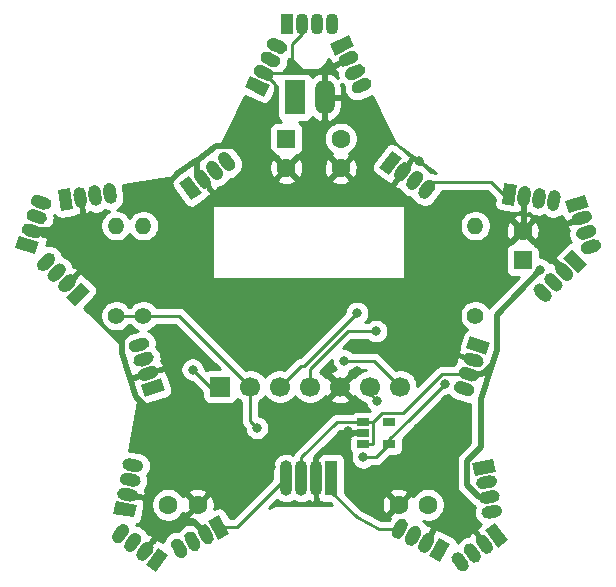
<source format=gbr>
%TF.GenerationSoftware,KiCad,Pcbnew,(5.1.9)-1*%
%TF.CreationDate,2021-09-13T22:43:28+02:00*%
%TF.ProjectId,star,73746172-2e6b-4696-9361-645f70636258,rev?*%
%TF.SameCoordinates,Original*%
%TF.FileFunction,Copper,L2,Bot*%
%TF.FilePolarity,Positive*%
%FSLAX46Y46*%
G04 Gerber Fmt 4.6, Leading zero omitted, Abs format (unit mm)*
G04 Created by KiCad (PCBNEW (5.1.9)-1) date 2021-09-13 22:43:28*
%MOMM*%
%LPD*%
G01*
G04 APERTURE LIST*
%TA.AperFunction,ComponentPad*%
%ADD10C,0.100000*%
%TD*%
%TA.AperFunction,ComponentPad*%
%ADD11O,1.070000X1.800000*%
%TD*%
%TA.AperFunction,ComponentPad*%
%ADD12R,1.070000X1.800000*%
%TD*%
%TA.AperFunction,ComponentPad*%
%ADD13O,1.700000X3.000000*%
%TD*%
%TA.AperFunction,ComponentPad*%
%ADD14R,1.700000X3.000000*%
%TD*%
%TA.AperFunction,SMDPad,CuDef*%
%ADD15C,1.700000*%
%TD*%
%TA.AperFunction,SMDPad,CuDef*%
%ADD16R,1.700000X1.700000*%
%TD*%
%TA.AperFunction,ComponentPad*%
%ADD17O,1.400000X1.400000*%
%TD*%
%TA.AperFunction,ComponentPad*%
%ADD18C,1.400000*%
%TD*%
%TA.AperFunction,ComponentPad*%
%ADD19C,1.600000*%
%TD*%
%TA.AperFunction,ComponentPad*%
%ADD20R,1.600000X1.600000*%
%TD*%
%TA.AperFunction,SMDPad,CuDef*%
%ADD21O,1.070000X3.000000*%
%TD*%
%TA.AperFunction,SMDPad,CuDef*%
%ADD22R,1.070000X3.000000*%
%TD*%
%TA.AperFunction,SMDPad,CuDef*%
%ADD23R,1.060000X0.650000*%
%TD*%
%TA.AperFunction,ViaPad*%
%ADD24C,0.800000*%
%TD*%
%TA.AperFunction,Conductor*%
%ADD25C,0.250000*%
%TD*%
%TA.AperFunction,Conductor*%
%ADD26C,0.500000*%
%TD*%
%TA.AperFunction,Conductor*%
%ADD27C,0.254000*%
%TD*%
%TA.AperFunction,Conductor*%
%ADD28C,0.100000*%
%TD*%
G04 APERTURE END LIST*
%TO.P,D7,4*%
%TO.N,Net-(D6-Pad1)*%
%TA.AperFunction,ComponentPad*%
G36*
G01*
X76292319Y-81576131D02*
X75776131Y-82092319D01*
G75*
G02*
X75019527Y-82092319I-378302J378302D01*
G01*
X75019527Y-82092319D01*
G75*
G02*
X75019527Y-81335715I378302J378302D01*
G01*
X75535715Y-80819527D01*
G75*
G02*
X76292319Y-80819527I378302J-378302D01*
G01*
X76292319Y-80819527D01*
G75*
G02*
X76292319Y-81576131I-378302J-378302D01*
G01*
G37*
%TD.AperFunction*%
%TO.P,D7,3*%
%TO.N,+5V*%
%TA.AperFunction,ComponentPad*%
G36*
G01*
X77190345Y-82474157D02*
X76674157Y-82990345D01*
G75*
G02*
X75917553Y-82990345I-378302J378302D01*
G01*
X75917553Y-82990345D01*
G75*
G02*
X75917553Y-82233741I378302J378302D01*
G01*
X76433741Y-81717553D01*
G75*
G02*
X77190345Y-81717553I378302J-378302D01*
G01*
X77190345Y-81717553D01*
G75*
G02*
X77190345Y-82474157I-378302J-378302D01*
G01*
G37*
%TD.AperFunction*%
%TO.P,D7,2*%
%TO.N,GND*%
%TA.AperFunction,ComponentPad*%
G36*
G01*
X78088370Y-83372182D02*
X77572182Y-83888370D01*
G75*
G02*
X76815578Y-83888370I-378302J378302D01*
G01*
X76815578Y-83888370D01*
G75*
G02*
X76815578Y-83131766I378302J378302D01*
G01*
X77331766Y-82615578D01*
G75*
G02*
X78088370Y-82615578I378302J-378302D01*
G01*
X78088370Y-82615578D01*
G75*
G02*
X78088370Y-83372182I-378302J-378302D01*
G01*
G37*
%TD.AperFunction*%
%TA.AperFunction,ComponentPad*%
D10*
%TO.P,D7,1*%
%TO.N,Net-(D7-Pad1)*%
G36*
X79364698Y-83891906D02*
G01*
X78091906Y-85164698D01*
X77335302Y-84408094D01*
X78608094Y-83135302D01*
X79364698Y-83891906D01*
G37*
%TD.AperFunction*%
%TD*%
%TO.P,D6,4*%
%TO.N,/DoD5*%
%TA.AperFunction,ComponentPad*%
G36*
G01*
X75431812Y-77021606D02*
X74737540Y-76796024D01*
G75*
G02*
X74394049Y-76121885I165324J508815D01*
G01*
X74394049Y-76121885D01*
G75*
G02*
X75068188Y-75778394I508815J-165324D01*
G01*
X75762460Y-76003976D01*
G75*
G02*
X76105951Y-76678115I-165324J-508815D01*
G01*
X76105951Y-76678115D01*
G75*
G02*
X75431812Y-77021606I-508815J165324D01*
G01*
G37*
%TD.AperFunction*%
%TO.P,D6,3*%
%TO.N,+5V*%
%TA.AperFunction,ComponentPad*%
G36*
G01*
X75039360Y-78229447D02*
X74345088Y-78003865D01*
G75*
G02*
X74001597Y-77329726I165324J508815D01*
G01*
X74001597Y-77329726D01*
G75*
G02*
X74675736Y-76986235I508815J-165324D01*
G01*
X75370008Y-77211817D01*
G75*
G02*
X75713499Y-77885956I-165324J-508815D01*
G01*
X75713499Y-77885956D01*
G75*
G02*
X75039360Y-78229447I-508815J165324D01*
G01*
G37*
%TD.AperFunction*%
%TO.P,D6,2*%
%TO.N,GND*%
%TA.AperFunction,ComponentPad*%
G36*
G01*
X74646909Y-79437289D02*
X73952637Y-79211707D01*
G75*
G02*
X73609146Y-78537568I165324J508815D01*
G01*
X73609146Y-78537568D01*
G75*
G02*
X74283285Y-78194077I508815J-165324D01*
G01*
X74977557Y-78419659D01*
G75*
G02*
X75321048Y-79093798I-165324J-508815D01*
G01*
X75321048Y-79093798D01*
G75*
G02*
X74646909Y-79437289I-508815J165324D01*
G01*
G37*
%TD.AperFunction*%
%TA.AperFunction,ComponentPad*%
%TO.P,D6,1*%
%TO.N,Net-(D6-Pad1)*%
G36*
X74763272Y-80810456D02*
G01*
X73051370Y-80254225D01*
X73382018Y-79236594D01*
X75093920Y-79792825D01*
X74763272Y-80810456D01*
G37*
%TD.AperFunction*%
%TD*%
%TA.AperFunction,ComponentPad*%
%TO.P,D5,1*%
%TO.N,/DoD5*%
G36*
X76887822Y-77142449D02*
G01*
X76637311Y-75359966D01*
X77696898Y-75211051D01*
X77947409Y-76993534D01*
X76887822Y-77142449D01*
G37*
%TD.AperFunction*%
%TO.P,D5,2*%
%TO.N,GND*%
%TA.AperFunction,ComponentPad*%
G36*
G01*
X78071005Y-76435906D02*
X77969409Y-75713010D01*
G75*
G02*
X78424744Y-75108759I529793J74458D01*
G01*
X78424744Y-75108759D01*
G75*
G02*
X79028995Y-75564094I74458J-529793D01*
G01*
X79130591Y-76286990D01*
G75*
G02*
X78675256Y-76891241I-529793J-74458D01*
G01*
X78675256Y-76891241D01*
G75*
G02*
X78071005Y-76435906I-74458J529793D01*
G01*
G37*
%TD.AperFunction*%
%TO.P,D5,3*%
%TO.N,+5V*%
%TA.AperFunction,ComponentPad*%
G36*
G01*
X79328646Y-76259156D02*
X79227050Y-75536260D01*
G75*
G02*
X79682385Y-74932009I529793J74458D01*
G01*
X79682385Y-74932009D01*
G75*
G02*
X80286636Y-75387344I74458J-529793D01*
G01*
X80388232Y-76110240D01*
G75*
G02*
X79932897Y-76714491I-529793J-74458D01*
G01*
X79932897Y-76714491D01*
G75*
G02*
X79328646Y-76259156I-74458J529793D01*
G01*
G37*
%TD.AperFunction*%
%TO.P,D5,4*%
%TO.N,Net-(D4-Pad1)*%
%TA.AperFunction,ComponentPad*%
G36*
G01*
X80586286Y-76082406D02*
X80484690Y-75359510D01*
G75*
G02*
X80940025Y-74755259I529793J74458D01*
G01*
X80940025Y-74755259D01*
G75*
G02*
X81544276Y-75210594I74458J-529793D01*
G01*
X81645872Y-75933490D01*
G75*
G02*
X81190537Y-76537741I-529793J-74458D01*
G01*
X81190537Y-76537741D01*
G75*
G02*
X80586286Y-76082406I-74458J529793D01*
G01*
G37*
%TD.AperFunction*%
%TD*%
%TA.AperFunction,ComponentPad*%
%TO.P,D4,1*%
%TO.N,Net-(D4-Pad1)*%
G36*
X87963828Y-76232042D02*
G01*
X86905814Y-74775812D01*
X87771462Y-74146882D01*
X88829476Y-75603112D01*
X87963828Y-76232042D01*
G37*
%TD.AperFunction*%
%TO.P,D4,2*%
%TO.N,GND*%
%TA.AperFunction,ComponentPad*%
G36*
G01*
X88676815Y-75052731D02*
X88247731Y-74462149D01*
G75*
G02*
X88366090Y-73714860I432824J314465D01*
G01*
X88366090Y-73714860D01*
G75*
G02*
X89113379Y-73833219I314465J-432824D01*
G01*
X89542463Y-74423801D01*
G75*
G02*
X89424104Y-75171090I-432824J-314465D01*
G01*
X89424104Y-75171090D01*
G75*
G02*
X88676815Y-75052731I-314465J432824D01*
G01*
G37*
%TD.AperFunction*%
%TO.P,D4,3*%
%TO.N,+5V*%
%TA.AperFunction,ComponentPad*%
G36*
G01*
X89704266Y-74306243D02*
X89275182Y-73715661D01*
G75*
G02*
X89393541Y-72968372I432824J314465D01*
G01*
X89393541Y-72968372D01*
G75*
G02*
X90140830Y-73086731I314465J-432824D01*
G01*
X90569914Y-73677313D01*
G75*
G02*
X90451555Y-74424602I-432824J-314465D01*
G01*
X90451555Y-74424602D01*
G75*
G02*
X89704266Y-74306243I-314465J432824D01*
G01*
G37*
%TD.AperFunction*%
%TO.P,D4,4*%
%TO.N,Net-(D3-Pad1)*%
%TA.AperFunction,ComponentPad*%
G36*
G01*
X90731718Y-73559756D02*
X90302634Y-72969174D01*
G75*
G02*
X90420993Y-72221885I432824J314465D01*
G01*
X90420993Y-72221885D01*
G75*
G02*
X91168282Y-72340244I314465J-432824D01*
G01*
X91597366Y-72930826D01*
G75*
G02*
X91479007Y-73678115I-432824J-314465D01*
G01*
X91479007Y-73678115D01*
G75*
G02*
X90731718Y-73559756I-314465J432824D01*
G01*
G37*
%TD.AperFunction*%
%TD*%
%TO.P,D3,4*%
%TO.N,Net-(D2-Pad1)*%
%TA.AperFunction,ComponentPad*%
G36*
G01*
X95300262Y-63799392D02*
X94644142Y-63479382D01*
G75*
G02*
X94397816Y-62763998I234529J480855D01*
G01*
X94397816Y-62763998D01*
G75*
G02*
X95113200Y-62517672I480855J-234529D01*
G01*
X95769320Y-62837682D01*
G75*
G02*
X96015646Y-63553066I-234529J-480855D01*
G01*
X96015646Y-63553066D01*
G75*
G02*
X95300262Y-63799392I-480855J234529D01*
G01*
G37*
%TD.AperFunction*%
%TO.P,D3,3*%
%TO.N,+5V*%
%TA.AperFunction,ComponentPad*%
G36*
G01*
X94743531Y-64940860D02*
X94087411Y-64620850D01*
G75*
G02*
X93841085Y-63905466I234529J480855D01*
G01*
X93841085Y-63905466D01*
G75*
G02*
X94556469Y-63659140I480855J-234529D01*
G01*
X95212589Y-63979150D01*
G75*
G02*
X95458915Y-64694534I-234529J-480855D01*
G01*
X95458915Y-64694534D01*
G75*
G02*
X94743531Y-64940860I-480855J234529D01*
G01*
G37*
%TD.AperFunction*%
%TO.P,D3,2*%
%TO.N,GND*%
%TA.AperFunction,ComponentPad*%
G36*
G01*
X94186799Y-66082329D02*
X93530679Y-65762319D01*
G75*
G02*
X93284353Y-65046935I234529J480855D01*
G01*
X93284353Y-65046935D01*
G75*
G02*
X93999737Y-64800609I480855J-234529D01*
G01*
X94655857Y-65120619D01*
G75*
G02*
X94902183Y-65836003I-234529J-480855D01*
G01*
X94902183Y-65836003D01*
G75*
G02*
X94186799Y-66082329I-480855J234529D01*
G01*
G37*
%TD.AperFunction*%
%TA.AperFunction,ComponentPad*%
%TO.P,D3,1*%
%TO.N,Net-(D3-Pad1)*%
G36*
X94110923Y-67458326D02*
G01*
X92493094Y-66669258D01*
X92962151Y-65707548D01*
X94579980Y-66496616D01*
X94110923Y-67458326D01*
G37*
%TD.AperFunction*%
%TD*%
D11*
%TO.P,D2,4*%
%TO.N,Net-(D1-Pad1)*%
X99890000Y-61300000D03*
%TO.P,D2,3*%
%TO.N,+5V*%
X98620000Y-61300000D03*
%TO.P,D2,2*%
%TO.N,GND*%
X97350000Y-61300000D03*
D12*
%TO.P,D2,1*%
%TO.N,Net-(D2-Pad1)*%
X96080000Y-61300000D03*
%TD*%
%TO.P,D1,4*%
%TO.N,/DoD20*%
%TA.AperFunction,ComponentPad*%
G36*
G01*
X101807605Y-66203555D02*
X102463725Y-65883545D01*
G75*
G02*
X103179109Y-66129871I234529J-480855D01*
G01*
X103179109Y-66129871D01*
G75*
G02*
X102932783Y-66845255I-480855J-234529D01*
G01*
X102276663Y-67165265D01*
G75*
G02*
X101561279Y-66918939I-234529J480855D01*
G01*
X101561279Y-66918939D01*
G75*
G02*
X101807605Y-66203555I480855J234529D01*
G01*
G37*
%TD.AperFunction*%
%TO.P,D1,3*%
%TO.N,+5V*%
%TA.AperFunction,ComponentPad*%
G36*
G01*
X101250874Y-65062087D02*
X101906994Y-64742077D01*
G75*
G02*
X102622378Y-64988403I234529J-480855D01*
G01*
X102622378Y-64988403D01*
G75*
G02*
X102376052Y-65703787I-480855J-234529D01*
G01*
X101719932Y-66023797D01*
G75*
G02*
X101004548Y-65777471I-234529J480855D01*
G01*
X101004548Y-65777471D01*
G75*
G02*
X101250874Y-65062087I480855J234529D01*
G01*
G37*
%TD.AperFunction*%
%TO.P,D1,2*%
%TO.N,GND*%
%TA.AperFunction,ComponentPad*%
G36*
G01*
X100694142Y-63920618D02*
X101350262Y-63600608D01*
G75*
G02*
X102065646Y-63846934I234529J-480855D01*
G01*
X102065646Y-63846934D01*
G75*
G02*
X101819320Y-64562318I-480855J-234529D01*
G01*
X101163200Y-64882328D01*
G75*
G02*
X100447816Y-64636002I-234529J480855D01*
G01*
X100447816Y-64636002D01*
G75*
G02*
X100694142Y-63920618I480855J234529D01*
G01*
G37*
%TD.AperFunction*%
%TA.AperFunction,ComponentPad*%
D10*
%TO.P,D1,1*%
%TO.N,Net-(D1-Pad1)*%
G36*
X99656557Y-63013679D02*
G01*
X101274386Y-62224611D01*
X101743443Y-63186321D01*
X100125614Y-63975389D01*
X99656557Y-63013679D01*
G37*
%TD.AperFunction*%
%TD*%
%TO.P,D20,4*%
%TO.N,Net-(D19-Pad1)*%
%TA.AperFunction,ComponentPad*%
G36*
G01*
X107252634Y-75280826D02*
X107681718Y-74690244D01*
G75*
G02*
X108429007Y-74571885I432824J-314465D01*
G01*
X108429007Y-74571885D01*
G75*
G02*
X108547366Y-75319174I-314465J-432824D01*
G01*
X108118282Y-75909756D01*
G75*
G02*
X107370993Y-76028115I-432824J314465D01*
G01*
X107370993Y-76028115D01*
G75*
G02*
X107252634Y-75280826I314465J432824D01*
G01*
G37*
%TD.AperFunction*%
%TO.P,D20,3*%
%TO.N,+5V*%
%TA.AperFunction,ComponentPad*%
G36*
G01*
X106225182Y-74534339D02*
X106654266Y-73943757D01*
G75*
G02*
X107401555Y-73825398I432824J-314465D01*
G01*
X107401555Y-73825398D01*
G75*
G02*
X107519914Y-74572687I-314465J-432824D01*
G01*
X107090830Y-75163269D01*
G75*
G02*
X106343541Y-75281628I-432824J314465D01*
G01*
X106343541Y-75281628D01*
G75*
G02*
X106225182Y-74534339I314465J432824D01*
G01*
G37*
%TD.AperFunction*%
%TO.P,D20,2*%
%TO.N,GND*%
%TA.AperFunction,ComponentPad*%
G36*
G01*
X105197731Y-73787851D02*
X105626815Y-73197269D01*
G75*
G02*
X106374104Y-73078910I432824J-314465D01*
G01*
X106374104Y-73078910D01*
G75*
G02*
X106492463Y-73826199I-314465J-432824D01*
G01*
X106063379Y-74416781D01*
G75*
G02*
X105316090Y-74535140I-432824J314465D01*
G01*
X105316090Y-74535140D01*
G75*
G02*
X105197731Y-73787851I314465J432824D01*
G01*
G37*
%TD.AperFunction*%
%TA.AperFunction,ComponentPad*%
%TO.P,D20,1*%
%TO.N,/DoD20*%
G36*
X103855814Y-73474188D02*
G01*
X104913828Y-72017958D01*
X105779476Y-72646888D01*
X104721462Y-74103118D01*
X103855814Y-73474188D01*
G37*
%TD.AperFunction*%
%TD*%
%TO.P,D19,4*%
%TO.N,Net-(D18-Pad1)*%
%TA.AperFunction,ComponentPad*%
G36*
G01*
X118069409Y-76536990D02*
X118171005Y-75814094D01*
G75*
G02*
X118775256Y-75358759I529793J-74458D01*
G01*
X118775256Y-75358759D01*
G75*
G02*
X119230591Y-75963010I-74458J-529793D01*
G01*
X119128995Y-76685906D01*
G75*
G02*
X118524744Y-77141241I-529793J74458D01*
G01*
X118524744Y-77141241D01*
G75*
G02*
X118069409Y-76536990I74458J529793D01*
G01*
G37*
%TD.AperFunction*%
%TO.P,D19,3*%
%TO.N,+5V*%
%TA.AperFunction,ComponentPad*%
G36*
G01*
X116811769Y-76360240D02*
X116913365Y-75637344D01*
G75*
G02*
X117517616Y-75182009I529793J-74458D01*
G01*
X117517616Y-75182009D01*
G75*
G02*
X117972951Y-75786260I-74458J-529793D01*
G01*
X117871355Y-76509156D01*
G75*
G02*
X117267104Y-76964491I-529793J74458D01*
G01*
X117267104Y-76964491D01*
G75*
G02*
X116811769Y-76360240I74458J529793D01*
G01*
G37*
%TD.AperFunction*%
%TO.P,D19,2*%
%TO.N,GND*%
%TA.AperFunction,ComponentPad*%
G36*
G01*
X115554128Y-76183490D02*
X115655724Y-75460594D01*
G75*
G02*
X116259975Y-75005259I529793J-74458D01*
G01*
X116259975Y-75005259D01*
G75*
G02*
X116715310Y-75609510I-74458J-529793D01*
G01*
X116613714Y-76332406D01*
G75*
G02*
X116009463Y-76787741I-529793J74458D01*
G01*
X116009463Y-76787741D01*
G75*
G02*
X115554128Y-76183490I74458J529793D01*
G01*
G37*
%TD.AperFunction*%
%TA.AperFunction,ComponentPad*%
%TO.P,D19,1*%
%TO.N,Net-(D19-Pad1)*%
G36*
X114222030Y-76536534D02*
G01*
X114472541Y-74754051D01*
X115532128Y-74902966D01*
X115281617Y-76685449D01*
X114222030Y-76536534D01*
G37*
%TD.AperFunction*%
%TD*%
%TO.P,D18,4*%
%TO.N,Net-(D17-Pad1)*%
%TA.AperFunction,ComponentPad*%
G36*
G01*
X121279992Y-79761817D02*
X121974264Y-79536235D01*
G75*
G02*
X122648403Y-79879726I165324J-508815D01*
G01*
X122648403Y-79879726D01*
G75*
G02*
X122304912Y-80553865I-508815J-165324D01*
G01*
X121610640Y-80779447D01*
G75*
G02*
X120936501Y-80435956I-165324J508815D01*
G01*
X120936501Y-80435956D01*
G75*
G02*
X121279992Y-79761817I508815J165324D01*
G01*
G37*
%TD.AperFunction*%
%TO.P,D18,3*%
%TO.N,+5V*%
%TA.AperFunction,ComponentPad*%
G36*
G01*
X120887540Y-78553976D02*
X121581812Y-78328394D01*
G75*
G02*
X122255951Y-78671885I165324J-508815D01*
G01*
X122255951Y-78671885D01*
G75*
G02*
X121912460Y-79346024I-508815J-165324D01*
G01*
X121218188Y-79571606D01*
G75*
G02*
X120544049Y-79228115I-165324J508815D01*
G01*
X120544049Y-79228115D01*
G75*
G02*
X120887540Y-78553976I508815J165324D01*
G01*
G37*
%TD.AperFunction*%
%TO.P,D18,2*%
%TO.N,GND*%
%TA.AperFunction,ComponentPad*%
G36*
G01*
X120495089Y-77346134D02*
X121189361Y-77120552D01*
G75*
G02*
X121863500Y-77464043I165324J-508815D01*
G01*
X121863500Y-77464043D01*
G75*
G02*
X121520009Y-78138182I-508815J-165324D01*
G01*
X120825737Y-78363764D01*
G75*
G02*
X120151598Y-78020273I-165324J508815D01*
G01*
X120151598Y-78020273D01*
G75*
G02*
X120495089Y-77346134I508815J165324D01*
G01*
G37*
%TD.AperFunction*%
%TA.AperFunction,ComponentPad*%
%TO.P,D18,1*%
%TO.N,Net-(D18-Pad1)*%
G36*
X119593822Y-76303616D02*
G01*
X121305724Y-75747385D01*
X121636372Y-76765016D01*
X119924470Y-77321247D01*
X119593822Y-76303616D01*
G37*
%TD.AperFunction*%
%TD*%
%TO.P,D17,4*%
%TO.N,Net-(D16-Pad1)*%
%TA.AperFunction,ComponentPad*%
G36*
G01*
X117831297Y-83415799D02*
X118338397Y-83940917D01*
G75*
G02*
X118325192Y-84697406I-384847J-371642D01*
G01*
X118325192Y-84697406D01*
G75*
G02*
X117568703Y-84684201I-371642J384847D01*
G01*
X117061603Y-84159083D01*
G75*
G02*
X117074808Y-83402594I384847J371642D01*
G01*
X117074808Y-83402594D01*
G75*
G02*
X117831297Y-83415799I371642J-384847D01*
G01*
G37*
%TD.AperFunction*%
%TO.P,D17,3*%
%TO.N,+5V*%
%TA.AperFunction,ComponentPad*%
G36*
G01*
X118744859Y-82533583D02*
X119251959Y-83058701D01*
G75*
G02*
X119238754Y-83815190I-384847J-371642D01*
G01*
X119238754Y-83815190D01*
G75*
G02*
X118482265Y-83801985I-371642J384847D01*
G01*
X117975165Y-83276867D01*
G75*
G02*
X117988370Y-82520378I384847J371642D01*
G01*
X117988370Y-82520378D01*
G75*
G02*
X118744859Y-82533583I371642J-384847D01*
G01*
G37*
%TD.AperFunction*%
%TO.P,D17,2*%
%TO.N,GND*%
%TA.AperFunction,ComponentPad*%
G36*
G01*
X119658420Y-81651367D02*
X120165520Y-82176485D01*
G75*
G02*
X120152315Y-82932974I-384847J-371642D01*
G01*
X120152315Y-82932974D01*
G75*
G02*
X119395826Y-82919769I-371642J384847D01*
G01*
X118888726Y-82394651D01*
G75*
G02*
X118901931Y-81638162I384847J371642D01*
G01*
X118901931Y-81638162D01*
G75*
G02*
X119658420Y-81651367I371642J-384847D01*
G01*
G37*
%TD.AperFunction*%
%TA.AperFunction,ComponentPad*%
%TO.P,D17,1*%
%TO.N,Net-(D17-Pad1)*%
G36*
X120200339Y-80384304D02*
G01*
X121450724Y-81679116D01*
X120681031Y-82422400D01*
X119430646Y-81127588D01*
X120200339Y-80384304D01*
G37*
%TD.AperFunction*%
%TD*%
%TO.P,D16,4*%
%TO.N,/LED_Din*%
%TA.AperFunction,ComponentPad*%
G36*
G01*
X110883285Y-91544077D02*
X111577557Y-91769659D01*
G75*
G02*
X111921048Y-92443798I-165324J-508815D01*
G01*
X111921048Y-92443798D01*
G75*
G02*
X111246909Y-92787289I-508815J165324D01*
G01*
X110552637Y-92561707D01*
G75*
G02*
X110209146Y-91887568I165324J508815D01*
G01*
X110209146Y-91887568D01*
G75*
G02*
X110883285Y-91544077I508815J-165324D01*
G01*
G37*
%TD.AperFunction*%
%TO.P,D16,3*%
%TO.N,+5V*%
%TA.AperFunction,ComponentPad*%
G36*
G01*
X111275737Y-90336236D02*
X111970009Y-90561818D01*
G75*
G02*
X112313500Y-91235957I-165324J-508815D01*
G01*
X112313500Y-91235957D01*
G75*
G02*
X111639361Y-91579448I-508815J165324D01*
G01*
X110945089Y-91353866D01*
G75*
G02*
X110601598Y-90679727I165324J508815D01*
G01*
X110601598Y-90679727D01*
G75*
G02*
X111275737Y-90336236I508815J-165324D01*
G01*
G37*
%TD.AperFunction*%
%TO.P,D16,2*%
%TO.N,GND*%
%TA.AperFunction,ComponentPad*%
G36*
G01*
X111668188Y-89128394D02*
X112362460Y-89353976D01*
G75*
G02*
X112705951Y-90028115I-165324J-508815D01*
G01*
X112705951Y-90028115D01*
G75*
G02*
X112031812Y-90371606I-508815J165324D01*
G01*
X111337540Y-90146024D01*
G75*
G02*
X110994049Y-89471885I165324J508815D01*
G01*
X110994049Y-89471885D01*
G75*
G02*
X111668188Y-89128394I508815J-165324D01*
G01*
G37*
%TD.AperFunction*%
%TA.AperFunction,ComponentPad*%
%TO.P,D16,1*%
%TO.N,Net-(D16-Pad1)*%
G36*
X111551825Y-87755227D02*
G01*
X113263727Y-88311458D01*
X112933079Y-89329089D01*
X111221177Y-88772858D01*
X111551825Y-87755227D01*
G37*
%TD.AperFunction*%
%TD*%
%TO.P,D15,4*%
%TO.N,Net-(D14-Pad1)*%
%TA.AperFunction,ComponentPad*%
G36*
G01*
X112947643Y-102136510D02*
X113666553Y-102009746D01*
G75*
G02*
X114286327Y-102443716I92902J-526872D01*
G01*
X114286327Y-102443716D01*
G75*
G02*
X113852357Y-103063490I-526872J-92902D01*
G01*
X113133447Y-103190254D01*
G75*
G02*
X112513673Y-102756284I-92902J526872D01*
G01*
X112513673Y-102756284D01*
G75*
G02*
X112947643Y-102136510I526872J92902D01*
G01*
G37*
%TD.AperFunction*%
%TO.P,D15,3*%
%TO.N,+5V*%
%TA.AperFunction,ComponentPad*%
G36*
G01*
X112727109Y-100885804D02*
X113446019Y-100759040D01*
G75*
G02*
X114065793Y-101193010I92902J-526872D01*
G01*
X114065793Y-101193010D01*
G75*
G02*
X113631823Y-101812784I-526872J-92902D01*
G01*
X112912913Y-101939548D01*
G75*
G02*
X112293139Y-101505578I-92902J526872D01*
G01*
X112293139Y-101505578D01*
G75*
G02*
X112727109Y-100885804I526872J92902D01*
G01*
G37*
%TD.AperFunction*%
%TO.P,D15,2*%
%TO.N,GND*%
%TA.AperFunction,ComponentPad*%
G36*
G01*
X112506576Y-99635098D02*
X113225486Y-99508334D01*
G75*
G02*
X113845260Y-99942304I92902J-526872D01*
G01*
X113845260Y-99942304D01*
G75*
G02*
X113411290Y-100562078I-526872J-92902D01*
G01*
X112692380Y-100688842D01*
G75*
G02*
X112072606Y-100254872I-92902J526872D01*
G01*
X112072606Y-100254872D01*
G75*
G02*
X112506576Y-99635098I526872J92902D01*
G01*
G37*
%TD.AperFunction*%
%TA.AperFunction,ComponentPad*%
%TO.P,D15,1*%
%TO.N,Net-(D15-Pad1)*%
G36*
X111759171Y-98477293D02*
G01*
X113531825Y-98164726D01*
X113717629Y-99218471D01*
X111944975Y-99531038D01*
X111759171Y-98477293D01*
G37*
%TD.AperFunction*%
%TD*%
%TO.P,D14,4*%
%TO.N,Net-(D13-Pad1)*%
%TA.AperFunction,ComponentPad*%
G36*
G01*
X110935927Y-106229706D02*
X111365011Y-106820288D01*
G75*
G02*
X111246652Y-107567577I-432824J-314465D01*
G01*
X111246652Y-107567577D01*
G75*
G02*
X110499363Y-107449218I-314465J432824D01*
G01*
X110070279Y-106858636D01*
G75*
G02*
X110188638Y-106111347I432824J314465D01*
G01*
X110188638Y-106111347D01*
G75*
G02*
X110935927Y-106229706I314465J-432824D01*
G01*
G37*
%TD.AperFunction*%
%TO.P,D14,3*%
%TO.N,+5V*%
%TA.AperFunction,ComponentPad*%
G36*
G01*
X111963379Y-105483219D02*
X112392463Y-106073801D01*
G75*
G02*
X112274104Y-106821090I-432824J-314465D01*
G01*
X112274104Y-106821090D01*
G75*
G02*
X111526815Y-106702731I-314465J432824D01*
G01*
X111097731Y-106112149D01*
G75*
G02*
X111216090Y-105364860I432824J314465D01*
G01*
X111216090Y-105364860D01*
G75*
G02*
X111963379Y-105483219I314465J-432824D01*
G01*
G37*
%TD.AperFunction*%
%TO.P,D14,2*%
%TO.N,GND*%
%TA.AperFunction,ComponentPad*%
G36*
G01*
X112990830Y-104736731D02*
X113419914Y-105327313D01*
G75*
G02*
X113301555Y-106074602I-432824J-314465D01*
G01*
X113301555Y-106074602D01*
G75*
G02*
X112554266Y-105956243I-314465J432824D01*
G01*
X112125182Y-105365661D01*
G75*
G02*
X112243541Y-104618372I432824J314465D01*
G01*
X112243541Y-104618372D01*
G75*
G02*
X112990830Y-104736731I314465J-432824D01*
G01*
G37*
%TD.AperFunction*%
%TA.AperFunction,ComponentPad*%
%TO.P,D14,1*%
%TO.N,Net-(D14-Pad1)*%
G36*
X113703817Y-103557420D02*
G01*
X114761831Y-105013650D01*
X113896183Y-105642580D01*
X112838169Y-104186350D01*
X113703817Y-103557420D01*
G37*
%TD.AperFunction*%
%TD*%
%TO.P,D13,4*%
%TO.N,Net-(D12-Pad1)*%
%TA.AperFunction,ComponentPad*%
G36*
G01*
X106243734Y-103978891D02*
X105901020Y-104623443D01*
G75*
G02*
X105177476Y-104844653I-472377J251167D01*
G01*
X105177476Y-104844653D01*
G75*
G02*
X104956266Y-104121109I251167J472377D01*
G01*
X105298980Y-103476557D01*
G75*
G02*
X106022524Y-103255347I472377J-251167D01*
G01*
X106022524Y-103255347D01*
G75*
G02*
X106243734Y-103978891I-251167J-472377D01*
G01*
G37*
%TD.AperFunction*%
%TO.P,D13,3*%
%TO.N,+5V*%
%TA.AperFunction,ComponentPad*%
G36*
G01*
X107365077Y-104575120D02*
X107022363Y-105219672D01*
G75*
G02*
X106298819Y-105440882I-472377J251167D01*
G01*
X106298819Y-105440882D01*
G75*
G02*
X106077609Y-104717338I251167J472377D01*
G01*
X106420323Y-104072786D01*
G75*
G02*
X107143867Y-103851576I472377J-251167D01*
G01*
X107143867Y-103851576D01*
G75*
G02*
X107365077Y-104575120I-251167J-472377D01*
G01*
G37*
%TD.AperFunction*%
%TO.P,D13,2*%
%TO.N,GND*%
%TA.AperFunction,ComponentPad*%
G36*
G01*
X108486421Y-105171349D02*
X108143707Y-105815901D01*
G75*
G02*
X107420163Y-106037111I-472377J251167D01*
G01*
X107420163Y-106037111D01*
G75*
G02*
X107198953Y-105313567I251167J472377D01*
G01*
X107541667Y-104669015D01*
G75*
G02*
X108265211Y-104447805I472377J-251167D01*
G01*
X108265211Y-104447805D01*
G75*
G02*
X108486421Y-105171349I-251167J-472377D01*
G01*
G37*
%TD.AperFunction*%
%TA.AperFunction,ComponentPad*%
%TO.P,D13,1*%
%TO.N,Net-(D13-Pad1)*%
G36*
X109858931Y-105295201D02*
G01*
X109013883Y-106884507D01*
X108069129Y-106382173D01*
X108914177Y-104792867D01*
X109858931Y-105295201D01*
G37*
%TD.AperFunction*%
%TD*%
%TO.P,D8,4*%
%TO.N,Net-(D7-Pad1)*%
%TA.AperFunction,ComponentPad*%
G36*
G01*
X84035105Y-88872499D02*
X83340833Y-89098081D01*
G75*
G02*
X82666694Y-88754590I-165324J508815D01*
G01*
X82666694Y-88754590D01*
G75*
G02*
X83010185Y-88080451I508815J165324D01*
G01*
X83704457Y-87854869D01*
G75*
G02*
X84378596Y-88198360I165324J-508815D01*
G01*
X84378596Y-88198360D01*
G75*
G02*
X84035105Y-88872499I-508815J-165324D01*
G01*
G37*
%TD.AperFunction*%
%TO.P,D8,3*%
%TO.N,+5V*%
%TA.AperFunction,ComponentPad*%
G36*
G01*
X84427557Y-90080340D02*
X83733285Y-90305922D01*
G75*
G02*
X83059146Y-89962431I-165324J508815D01*
G01*
X83059146Y-89962431D01*
G75*
G02*
X83402637Y-89288292I508815J165324D01*
G01*
X84096909Y-89062710D01*
G75*
G02*
X84771048Y-89406201I165324J-508815D01*
G01*
X84771048Y-89406201D01*
G75*
G02*
X84427557Y-90080340I-508815J-165324D01*
G01*
G37*
%TD.AperFunction*%
%TO.P,D8,2*%
%TO.N,GND*%
%TA.AperFunction,ComponentPad*%
G36*
G01*
X84820008Y-91288182D02*
X84125736Y-91513764D01*
G75*
G02*
X83451597Y-91170273I-165324J508815D01*
G01*
X83451597Y-91170273D01*
G75*
G02*
X83795088Y-90496134I508815J165324D01*
G01*
X84489360Y-90270552D01*
G75*
G02*
X85163499Y-90614043I165324J-508815D01*
G01*
X85163499Y-90614043D01*
G75*
G02*
X84820008Y-91288182I-508815J-165324D01*
G01*
G37*
%TD.AperFunction*%
%TA.AperFunction,ComponentPad*%
%TO.P,D8,1*%
%TO.N,Net-(D8-Pad1)*%
G36*
X85721275Y-92330700D02*
G01*
X84009373Y-92886931D01*
X83678725Y-91869300D01*
X85390627Y-91313069D01*
X85721275Y-92330700D01*
G37*
%TD.AperFunction*%
%TD*%
%TO.P,D9,4*%
%TO.N,Net-(D8-Pad1)*%
%TA.AperFunction,ComponentPad*%
G36*
G01*
X83266553Y-99240254D02*
X82547643Y-99113490D01*
G75*
G02*
X82113673Y-98493716I92902J526872D01*
G01*
X82113673Y-98493716D01*
G75*
G02*
X82733447Y-98059746I526872J-92902D01*
G01*
X83452357Y-98186510D01*
G75*
G02*
X83886327Y-98806284I-92902J-526872D01*
G01*
X83886327Y-98806284D01*
G75*
G02*
X83266553Y-99240254I-526872J92902D01*
G01*
G37*
%TD.AperFunction*%
%TO.P,D9,3*%
%TO.N,+5V*%
%TA.AperFunction,ComponentPad*%
G36*
G01*
X83046019Y-100490960D02*
X82327109Y-100364196D01*
G75*
G02*
X81893139Y-99744422I92902J526872D01*
G01*
X81893139Y-99744422D01*
G75*
G02*
X82512913Y-99310452I526872J-92902D01*
G01*
X83231823Y-99437216D01*
G75*
G02*
X83665793Y-100056990I-92902J-526872D01*
G01*
X83665793Y-100056990D01*
G75*
G02*
X83046019Y-100490960I-526872J92902D01*
G01*
G37*
%TD.AperFunction*%
%TO.P,D9,2*%
%TO.N,GND*%
%TA.AperFunction,ComponentPad*%
G36*
G01*
X82825486Y-101741666D02*
X82106576Y-101614902D01*
G75*
G02*
X81672606Y-100995128I92902J526872D01*
G01*
X81672606Y-100995128D01*
G75*
G02*
X82292380Y-100561158I526872J-92902D01*
G01*
X83011290Y-100687922D01*
G75*
G02*
X83445260Y-101307696I-92902J-526872D01*
G01*
X83445260Y-101307696D01*
G75*
G02*
X82825486Y-101741666I-526872J92902D01*
G01*
G37*
%TD.AperFunction*%
%TA.AperFunction,ComponentPad*%
%TO.P,D9,1*%
%TO.N,Net-(D10-Pad4)*%
G36*
X83131825Y-103085274D02*
G01*
X81359171Y-102772707D01*
X81544975Y-101718962D01*
X83317629Y-102031529D01*
X83131825Y-103085274D01*
G37*
%TD.AperFunction*%
%TD*%
%TO.P,D10,4*%
%TO.N,Net-(D10-Pad4)*%
%TA.AperFunction,ComponentPad*%
G36*
G01*
X82619914Y-104472687D02*
X82190830Y-105063269D01*
G75*
G02*
X81443541Y-105181628I-432824J314465D01*
G01*
X81443541Y-105181628D01*
G75*
G02*
X81325182Y-104434339I314465J432824D01*
G01*
X81754266Y-103843757D01*
G75*
G02*
X82501555Y-103725398I432824J-314465D01*
G01*
X82501555Y-103725398D01*
G75*
G02*
X82619914Y-104472687I-314465J-432824D01*
G01*
G37*
%TD.AperFunction*%
%TO.P,D10,3*%
%TO.N,+5V*%
%TA.AperFunction,ComponentPad*%
G36*
G01*
X83647366Y-105219174D02*
X83218282Y-105809756D01*
G75*
G02*
X82470993Y-105928115I-432824J314465D01*
G01*
X82470993Y-105928115D01*
G75*
G02*
X82352634Y-105180826I314465J432824D01*
G01*
X82781718Y-104590244D01*
G75*
G02*
X83529007Y-104471885I432824J-314465D01*
G01*
X83529007Y-104471885D01*
G75*
G02*
X83647366Y-105219174I-314465J-432824D01*
G01*
G37*
%TD.AperFunction*%
%TO.P,D10,2*%
%TO.N,GND*%
%TA.AperFunction,ComponentPad*%
G36*
G01*
X84674817Y-105965662D02*
X84245733Y-106556244D01*
G75*
G02*
X83498444Y-106674603I-432824J314465D01*
G01*
X83498444Y-106674603D01*
G75*
G02*
X83380085Y-105927314I314465J432824D01*
G01*
X83809169Y-105336732D01*
G75*
G02*
X84556458Y-105218373I432824J-314465D01*
G01*
X84556458Y-105218373D01*
G75*
G02*
X84674817Y-105965662I-314465J-432824D01*
G01*
G37*
%TD.AperFunction*%
%TA.AperFunction,ComponentPad*%
%TO.P,D10,1*%
%TO.N,/DoD10*%
G36*
X86016734Y-106279325D02*
G01*
X84958720Y-107735555D01*
X84093072Y-107106625D01*
X85151086Y-105650395D01*
X86016734Y-106279325D01*
G37*
%TD.AperFunction*%
%TD*%
%TO.P,D11,4*%
%TO.N,/DoD10*%
%TA.AperFunction,ComponentPad*%
G36*
G01*
X87229677Y-105122786D02*
X87572391Y-105767338D01*
G75*
G02*
X87351181Y-106490882I-472377J-251167D01*
G01*
X87351181Y-106490882D01*
G75*
G02*
X86627637Y-106269672I-251167J472377D01*
G01*
X86284923Y-105625120D01*
G75*
G02*
X86506133Y-104901576I472377J251167D01*
G01*
X86506133Y-104901576D01*
G75*
G02*
X87229677Y-105122786I251167J-472377D01*
G01*
G37*
%TD.AperFunction*%
%TO.P,D11,3*%
%TO.N,+5V*%
%TA.AperFunction,ComponentPad*%
G36*
G01*
X88351020Y-104526557D02*
X88693734Y-105171109D01*
G75*
G02*
X88472524Y-105894653I-472377J-251167D01*
G01*
X88472524Y-105894653D01*
G75*
G02*
X87748980Y-105673443I-251167J472377D01*
G01*
X87406266Y-105028891D01*
G75*
G02*
X87627476Y-104305347I472377J251167D01*
G01*
X87627476Y-104305347D01*
G75*
G02*
X88351020Y-104526557I251167J-472377D01*
G01*
G37*
%TD.AperFunction*%
%TO.P,D11,2*%
%TO.N,GND*%
%TA.AperFunction,ComponentPad*%
G36*
G01*
X89472364Y-103930328D02*
X89815078Y-104574880D01*
G75*
G02*
X89593868Y-105298424I-472377J-251167D01*
G01*
X89593868Y-105298424D01*
G75*
G02*
X88870324Y-105077214I-251167J472377D01*
G01*
X88527610Y-104432662D01*
G75*
G02*
X88748820Y-103709118I472377J251167D01*
G01*
X88748820Y-103709118D01*
G75*
G02*
X89472364Y-103930328I251167J-472377D01*
G01*
G37*
%TD.AperFunction*%
%TA.AperFunction,ComponentPad*%
%TO.P,D11,1*%
%TO.N,Net-(D11-Pad1)*%
G36*
X90342540Y-102861722D02*
G01*
X91187588Y-104451028D01*
X90242834Y-104953362D01*
X89397786Y-103364056D01*
X90342540Y-102861722D01*
G37*
%TD.AperFunction*%
%TD*%
D13*
%TO.P,J1,2*%
%TO.N,GND*%
X99240000Y-67500000D03*
D14*
%TO.P,J1,1*%
%TO.N,+5V*%
X96700000Y-67500000D03*
%TD*%
D15*
%TO.P,J2,7*%
%TO.N,/RST*%
X105620000Y-92000000D03*
D16*
%TO.P,J2,1*%
%TO.N,+5V*%
X90380000Y-92000000D03*
D15*
%TO.P,J2,2*%
%TO.N,+3V3*%
X92920000Y-92000000D03*
%TO.P,J2,3*%
%TO.N,/TXD*%
X95460000Y-92000000D03*
%TO.P,J2,4*%
%TO.N,/RXD*%
X98000000Y-92000000D03*
%TO.P,J2,5*%
%TO.N,GND*%
X100540000Y-92000000D03*
%TO.P,J2,6*%
%TO.N,/GPIO0*%
X103080000Y-92000000D03*
%TD*%
D17*
%TO.P,R3,2*%
%TO.N,/GPIO0*%
X112000000Y-78380000D03*
D18*
%TO.P,R3,1*%
%TO.N,+3V3*%
X112000000Y-86000000D03*
%TD*%
D17*
%TO.P,R2,2*%
%TO.N,/RST*%
X83900000Y-78380000D03*
D18*
%TO.P,R2,1*%
%TO.N,+3V3*%
X83900000Y-86000000D03*
%TD*%
D17*
%TO.P,R1,2*%
%TO.N,Net-(R1-Pad2)*%
X81600000Y-78380000D03*
D18*
%TO.P,R1,1*%
%TO.N,+3V3*%
X81600000Y-86000000D03*
%TD*%
D19*
%TO.P,C5,2*%
%TO.N,/GPIO0*%
X108000000Y-102000000D03*
%TO.P,C5,1*%
%TO.N,GND*%
X105500000Y-102000000D03*
%TD*%
%TO.P,C4,2*%
%TO.N,/RST*%
X86000000Y-102000000D03*
%TO.P,C4,1*%
%TO.N,GND*%
X88500000Y-102000000D03*
%TD*%
%TO.P,C3,2*%
%TO.N,GND*%
X100600000Y-73500000D03*
%TO.P,C3,1*%
%TO.N,+5V*%
X100600000Y-71000000D03*
%TD*%
%TO.P,C2,2*%
%TO.N,GND*%
X116000000Y-78800000D03*
D20*
%TO.P,C2,1*%
%TO.N,+3V3*%
X116000000Y-81300000D03*
%TD*%
D19*
%TO.P,C1,2*%
%TO.N,GND*%
X96000000Y-73500000D03*
D20*
%TO.P,C1,1*%
%TO.N,+5V*%
X96000000Y-71000000D03*
%TD*%
D21*
%TO.P,D12,4*%
%TO.N,Net-(D11-Pad1)*%
X95990000Y-99750000D03*
%TO.P,D12,3*%
%TO.N,+5V*%
X97260000Y-99750000D03*
%TO.P,D12,2*%
%TO.N,GND*%
X98530000Y-99750000D03*
D22*
%TO.P,D12,1*%
%TO.N,Net-(D12-Pad1)*%
X99800000Y-99750000D03*
%TD*%
D23*
%TO.P,U2,5*%
%TO.N,+3V3*%
X104700000Y-96900000D03*
%TO.P,U2,4*%
%TO.N,Net-(U2-Pad4)*%
X104700000Y-95000000D03*
%TO.P,U2,3*%
%TO.N,+5V*%
X102500000Y-95000000D03*
%TO.P,U2,2*%
%TO.N,GND*%
X102500000Y-95950000D03*
%TO.P,U2,1*%
%TO.N,+5V*%
X102500000Y-96900000D03*
%TD*%
D24*
%TO.N,+3V3*%
X102500000Y-98000000D03*
X93500000Y-95500000D03*
X109423200Y-91749999D03*
%TO.N,GND*%
X94700000Y-68200000D03*
X101250000Y-95750000D03*
X99500000Y-97250000D03*
X101900000Y-93600000D03*
X95900000Y-94900000D03*
X90700000Y-100400000D03*
X91400000Y-102600000D03*
X109677200Y-96367600D03*
X110400000Y-101400000D03*
X111700000Y-103800000D03*
X88100000Y-97500000D03*
X84124800Y-97180400D03*
X84400000Y-94000000D03*
X85598000Y-95758000D03*
X82700000Y-87200000D03*
X90500000Y-83500000D03*
X94250000Y-83500000D03*
X98000000Y-83500000D03*
X102000000Y-83500000D03*
X105250000Y-83500000D03*
X92500000Y-76000000D03*
X96000000Y-76000000D03*
X99500000Y-76000000D03*
X103500000Y-76000000D03*
X103750000Y-69750000D03*
X98250000Y-70750000D03*
X97000000Y-88250000D03*
X107200000Y-72900000D03*
X87000000Y-78800000D03*
X109800000Y-86000000D03*
X109200000Y-78500000D03*
X110300000Y-76098400D03*
X113200000Y-80700000D03*
X78500000Y-80000000D03*
X80900000Y-83900000D03*
X87300000Y-103400000D03*
X93200000Y-97600000D03*
X117300000Y-79900000D03*
X92600000Y-72300000D03*
X107500000Y-99500000D03*
X99400000Y-90700000D03*
X94700000Y-98800000D03*
X103784400Y-102819200D03*
X110998000Y-93878400D03*
X86360000Y-90627200D03*
X101955600Y-90678000D03*
%TO.N,+5V*%
X117500000Y-82100000D03*
X88059989Y-90559987D03*
%TO.N,/RST*%
X100900000Y-89800000D03*
%TO.N,/GPIO0*%
X103700000Y-93200000D03*
%TO.N,/RXD*%
X103600000Y-87300000D03*
%TO.N,/TXD*%
X102000000Y-85750000D03*
%TD*%
D25*
%TO.N,Net-(D11-Pad1)*%
X91832458Y-103907542D02*
X95990000Y-99750000D01*
X90292687Y-103907542D02*
X91832458Y-103907542D01*
%TO.N,Net-(D12-Pad1)*%
X99800000Y-99750000D02*
X99800000Y-100900000D01*
X103840391Y-104050000D02*
X105600000Y-104050000D01*
X101950554Y-103050554D02*
X103840391Y-104050000D01*
X99800000Y-100900000D02*
X101950554Y-103050554D01*
%TO.N,+3V3*%
X81600000Y-86000000D02*
X83900000Y-86000000D01*
X103600000Y-98000000D02*
X104700000Y-96900000D01*
X102500000Y-98000000D02*
X103600000Y-98000000D01*
X92920000Y-94920000D02*
X93500000Y-95500000D01*
X92920000Y-92000000D02*
X92920000Y-94920000D01*
X86920000Y-86000000D02*
X83900000Y-86000000D01*
X92920000Y-92000000D02*
X86920000Y-86000000D01*
X106464804Y-94708395D02*
X109423200Y-91749999D01*
X106464804Y-94708395D02*
X106459605Y-94708395D01*
X104700000Y-96468000D02*
X104700000Y-96900000D01*
X106459605Y-94708395D02*
X104700000Y-96468000D01*
%TO.N,GND*%
X97290998Y-65200000D02*
X99300000Y-65200000D01*
X96474999Y-64384001D02*
X97290998Y-65200000D01*
X99058531Y-65441469D02*
X99300000Y-65200000D01*
X94093268Y-65441469D02*
X99058531Y-65441469D01*
X95000000Y-66348201D02*
X95000000Y-67500000D01*
X94093268Y-65441469D02*
X95000000Y-66348201D01*
D26*
X116134719Y-78665281D02*
X116000000Y-78800000D01*
X116134719Y-75896500D02*
X116134719Y-78665281D01*
X98530000Y-98070000D02*
X98530000Y-99750000D01*
X99300000Y-97300000D02*
X98530000Y-98070000D01*
X101050000Y-95950000D02*
X101000000Y-96000000D01*
X102500000Y-95950000D02*
X101050000Y-95950000D01*
X86856161Y-73958744D02*
X86114905Y-74700000D01*
X88500000Y-72800000D02*
X88432054Y-72800000D01*
X94131049Y-71631049D02*
X96000000Y-73500000D01*
X90028634Y-71631049D02*
X94131049Y-71631049D01*
X88500000Y-72800000D02*
X90028634Y-71631049D01*
X88432054Y-72800000D02*
X86856161Y-73958744D01*
X88432054Y-73979932D02*
X88432054Y-72800000D01*
X88895097Y-74442975D02*
X88432054Y-73979932D01*
X82112630Y-87787370D02*
X82112630Y-89177816D01*
X82700000Y-87200000D02*
X82112630Y-87787370D01*
X83289506Y-92889506D02*
X84400000Y-94000000D01*
X82685936Y-90985936D02*
X83289506Y-92889506D01*
X82112630Y-89177816D02*
X82685936Y-90985936D01*
X82900000Y-91400000D02*
X82685936Y-90985936D01*
X84307548Y-90892158D02*
X82900000Y-91400000D01*
X88067573Y-103400000D02*
X87300000Y-103400000D01*
X89171344Y-104503771D02*
X88067573Y-103400000D01*
X86114905Y-77914905D02*
X86114905Y-74700000D01*
X87000000Y-78800000D02*
X86114905Y-77914905D01*
D25*
X97350000Y-61300000D02*
X97350000Y-62140998D01*
X97350000Y-62140998D02*
X96474999Y-63015999D01*
X96474999Y-63015999D02*
X96474999Y-64384001D01*
D26*
X77286584Y-78786584D02*
X74465097Y-78786584D01*
X78500000Y-80000000D02*
X77286584Y-78786584D01*
X119527123Y-82127123D02*
X117300000Y-79900000D01*
X119527123Y-82285568D02*
X119527123Y-82127123D01*
D25*
%TO.N,+5V*%
X102500000Y-95000000D02*
X103280000Y-95000000D01*
X100260000Y-95000000D02*
X102500000Y-95000000D01*
X97260000Y-98000000D02*
X100260000Y-95000000D01*
X97260000Y-99750000D02*
X97260000Y-98000000D01*
X103355001Y-95075001D02*
X103280000Y-95000000D01*
X103355001Y-96824999D02*
X103355001Y-95075001D01*
X103280000Y-96900000D02*
X103355001Y-96824999D01*
X102500000Y-96900000D02*
X103280000Y-96900000D01*
D26*
X112605224Y-90957842D02*
X113394444Y-90168622D01*
X111457549Y-90957842D02*
X112605224Y-90957842D01*
X112314755Y-101349294D02*
X113179466Y-101349294D01*
X112424623Y-97175430D02*
X111309161Y-98290892D01*
X111309161Y-100343700D02*
X112314755Y-101349294D01*
X111309161Y-98290892D02*
X111309161Y-100343700D01*
X113394444Y-90168622D02*
X112460460Y-93042422D01*
X112460460Y-97139593D02*
X111309161Y-98290892D01*
X112460460Y-93042422D02*
X112460460Y-97139593D01*
X113801332Y-88916657D02*
X113394444Y-90168622D01*
X113803574Y-88784445D02*
X113801332Y-88916657D01*
X113803574Y-85952981D02*
X113803574Y-88784445D01*
X117500000Y-82100000D02*
X113803574Y-85952981D01*
D25*
X102500000Y-95000000D02*
X103300000Y-95000000D01*
X104100000Y-94200000D02*
X105900000Y-94200000D01*
X103300000Y-95000000D02*
X104100000Y-94200000D01*
X109142158Y-90957842D02*
X111457549Y-90957842D01*
X105900000Y-94200000D02*
X109142158Y-90957842D01*
X89500002Y-92000000D02*
X88059989Y-90559987D01*
X90380000Y-92000000D02*
X89500002Y-92000000D01*
%TO.N,Net-(D19-Pad1)*%
X114336822Y-75719750D02*
X113313105Y-74696033D01*
X114877079Y-75719750D02*
X114336822Y-75719750D01*
X108503967Y-74696033D02*
X107900000Y-75300000D01*
X113313105Y-74696033D02*
X108503967Y-74696033D01*
%TO.N,/RST*%
X103420000Y-89800000D02*
X105620000Y-92000000D01*
X100900000Y-89800000D02*
X103420000Y-89800000D01*
%TO.N,/GPIO0*%
X103080000Y-92580000D02*
X103700000Y-93200000D01*
X103080000Y-92000000D02*
X103080000Y-92580000D01*
%TO.N,/RXD*%
X98000000Y-90500000D02*
X98000000Y-92000000D01*
X101200000Y-87300000D02*
X98000000Y-90500000D01*
X103600000Y-87300000D02*
X101200000Y-87300000D01*
%TO.N,/TXD*%
X97500000Y-90250000D02*
X102000000Y-85750000D01*
X97210000Y-90250000D02*
X97500000Y-90250000D01*
X95460000Y-92000000D02*
X97210000Y-90250000D01*
%TD*%
D27*
%TO.N,GND*%
X90357126Y-90511928D02*
X89530000Y-90511928D01*
X89405518Y-90524188D01*
X89285820Y-90560498D01*
X89187732Y-90612928D01*
X89094989Y-90520186D01*
X89094989Y-90458048D01*
X89055215Y-90258089D01*
X88977194Y-90069731D01*
X88863926Y-89900213D01*
X88719763Y-89756050D01*
X88550245Y-89642782D01*
X88361887Y-89564761D01*
X88161928Y-89524987D01*
X87958050Y-89524987D01*
X87758091Y-89564761D01*
X87569733Y-89642782D01*
X87400215Y-89756050D01*
X87256052Y-89900213D01*
X87142784Y-90069731D01*
X87064763Y-90258089D01*
X87024989Y-90458048D01*
X87024989Y-90661926D01*
X87064763Y-90861885D01*
X87142784Y-91050243D01*
X87256052Y-91219761D01*
X87400215Y-91363924D01*
X87569733Y-91477192D01*
X87758091Y-91555213D01*
X87958050Y-91594987D01*
X88020188Y-91594987D01*
X88891928Y-92466728D01*
X88891928Y-92850000D01*
X88904188Y-92974482D01*
X88940498Y-93094180D01*
X88999463Y-93204494D01*
X89078815Y-93301185D01*
X89175506Y-93380537D01*
X89285820Y-93439502D01*
X89405518Y-93475812D01*
X89530000Y-93488072D01*
X91230000Y-93488072D01*
X91354482Y-93475812D01*
X91474180Y-93439502D01*
X91584494Y-93380537D01*
X91681185Y-93301185D01*
X91760537Y-93204494D01*
X91819502Y-93094180D01*
X91841513Y-93021620D01*
X91973368Y-93153475D01*
X92160000Y-93278179D01*
X92160001Y-94882668D01*
X92156324Y-94920000D01*
X92160001Y-94957333D01*
X92170998Y-95068986D01*
X92173042Y-95075724D01*
X92214454Y-95212246D01*
X92285026Y-95344276D01*
X92350681Y-95424276D01*
X92380000Y-95460001D01*
X92408998Y-95483799D01*
X92465000Y-95539801D01*
X92465000Y-95601939D01*
X92504774Y-95801898D01*
X92582795Y-95990256D01*
X92696063Y-96159774D01*
X92840226Y-96303937D01*
X93009744Y-96417205D01*
X93198102Y-96495226D01*
X93398061Y-96535000D01*
X93601939Y-96535000D01*
X93801898Y-96495226D01*
X93990256Y-96417205D01*
X94159774Y-96303937D01*
X94303937Y-96159774D01*
X94417205Y-95990256D01*
X94495226Y-95801898D01*
X94535000Y-95601939D01*
X94535000Y-95398061D01*
X94495226Y-95198102D01*
X94417205Y-95009744D01*
X94303937Y-94840226D01*
X94159774Y-94696063D01*
X93990256Y-94582795D01*
X93801898Y-94504774D01*
X93680000Y-94480527D01*
X93680000Y-93278178D01*
X93866632Y-93153475D01*
X94073475Y-92946632D01*
X94190000Y-92772240D01*
X94306525Y-92946632D01*
X94513368Y-93153475D01*
X94756589Y-93315990D01*
X95026842Y-93427932D01*
X95313740Y-93485000D01*
X95606260Y-93485000D01*
X95893158Y-93427932D01*
X96163411Y-93315990D01*
X96406632Y-93153475D01*
X96613475Y-92946632D01*
X96730000Y-92772240D01*
X96846525Y-92946632D01*
X97053368Y-93153475D01*
X97296589Y-93315990D01*
X97566842Y-93427932D01*
X97853740Y-93485000D01*
X98146260Y-93485000D01*
X98433158Y-93427932D01*
X98703411Y-93315990D01*
X98946632Y-93153475D01*
X99071710Y-93028397D01*
X99691208Y-93028397D01*
X99768843Y-93277472D01*
X100032883Y-93403371D01*
X100316411Y-93475339D01*
X100608531Y-93490611D01*
X100898019Y-93448599D01*
X101173747Y-93350919D01*
X101311157Y-93277472D01*
X101388792Y-93028397D01*
X100540000Y-92179605D01*
X99691208Y-93028397D01*
X99071710Y-93028397D01*
X99153475Y-92946632D01*
X99269311Y-92773271D01*
X99511603Y-92848792D01*
X100360395Y-92000000D01*
X99511603Y-91151208D01*
X99269311Y-91226729D01*
X99153475Y-91053368D01*
X98946632Y-90846525D01*
X98815737Y-90759064D01*
X99865000Y-89709802D01*
X99865000Y-89901939D01*
X99904774Y-90101898D01*
X99982795Y-90290256D01*
X100096063Y-90459774D01*
X100186966Y-90550677D01*
X100181981Y-90551401D01*
X99906253Y-90649081D01*
X99768843Y-90722528D01*
X99691208Y-90971603D01*
X100540000Y-91820395D01*
X101388792Y-90971603D01*
X101318732Y-90746831D01*
X101390256Y-90717205D01*
X101559774Y-90603937D01*
X101603711Y-90560000D01*
X102707511Y-90560000D01*
X102646842Y-90572068D01*
X102376589Y-90684010D01*
X102133368Y-90846525D01*
X101926525Y-91053368D01*
X101810689Y-91226729D01*
X101568397Y-91151208D01*
X100719605Y-92000000D01*
X101568397Y-92848792D01*
X101810689Y-92773271D01*
X101926525Y-92946632D01*
X102133368Y-93153475D01*
X102376589Y-93315990D01*
X102646842Y-93427932D01*
X102691842Y-93436883D01*
X102704774Y-93501898D01*
X102782795Y-93690256D01*
X102896063Y-93859774D01*
X103040226Y-94003937D01*
X103099904Y-94043813D01*
X103030000Y-94036928D01*
X101970000Y-94036928D01*
X101845518Y-94049188D01*
X101725820Y-94085498D01*
X101615506Y-94144463D01*
X101518815Y-94223815D01*
X101505532Y-94240000D01*
X100297325Y-94240000D01*
X100260000Y-94236324D01*
X100222675Y-94240000D01*
X100222667Y-94240000D01*
X100111014Y-94250997D01*
X99967753Y-94294454D01*
X99835724Y-94365026D01*
X99719999Y-94459999D01*
X99696201Y-94488997D01*
X96748998Y-97436201D01*
X96720000Y-97459999D01*
X96696202Y-97488997D01*
X96696201Y-97488998D01*
X96625026Y-97575724D01*
X96554454Y-97707754D01*
X96540802Y-97752761D01*
X96439906Y-97698831D01*
X96219360Y-97631929D01*
X95990000Y-97609339D01*
X95760641Y-97631929D01*
X95540095Y-97698831D01*
X95336839Y-97807474D01*
X95158683Y-97953682D01*
X95012475Y-98131838D01*
X94903832Y-98335094D01*
X94836930Y-98555640D01*
X94820001Y-98727523D01*
X94820000Y-99845198D01*
X91517657Y-103147542D01*
X91217174Y-103147542D01*
X90905924Y-102562166D01*
X90836658Y-102458011D01*
X90748404Y-102369370D01*
X90644552Y-102299650D01*
X90529095Y-102251531D01*
X90406468Y-102226860D01*
X90281384Y-102226588D01*
X90158650Y-102250722D01*
X90042984Y-102298338D01*
X89883334Y-102383225D01*
X89926300Y-102211816D01*
X89940217Y-101929488D01*
X89898787Y-101649870D01*
X89803603Y-101383708D01*
X89736671Y-101258486D01*
X89492702Y-101186903D01*
X88679605Y-102000000D01*
X88693748Y-102014143D01*
X88514143Y-102193748D01*
X88500000Y-102179605D01*
X87686903Y-102992702D01*
X87758486Y-103236671D01*
X88013996Y-103357571D01*
X88143395Y-103390007D01*
X88029456Y-103515838D01*
X87978780Y-103607940D01*
X87765962Y-103607476D01*
X87539823Y-103651945D01*
X87326705Y-103739677D01*
X87134797Y-103867301D01*
X86971475Y-104029912D01*
X86854494Y-104204163D01*
X86644619Y-104203705D01*
X86418480Y-104248174D01*
X86205362Y-104335906D01*
X86013454Y-104463530D01*
X85850132Y-104626141D01*
X85721672Y-104817490D01*
X85633010Y-105030223D01*
X85601133Y-105188673D01*
X85526135Y-105134184D01*
X85418221Y-105070934D01*
X85300041Y-105029953D01*
X85222528Y-105019232D01*
X85154221Y-104918573D01*
X84934430Y-104914204D01*
X84766884Y-105144812D01*
X84717962Y-105181844D01*
X84634875Y-105275345D01*
X84019463Y-106122386D01*
X83860144Y-106006635D01*
X84194875Y-105545919D01*
X84282209Y-105396913D01*
X84293576Y-105364133D01*
X84728939Y-104764907D01*
X84656865Y-104557222D01*
X84414828Y-104487084D01*
X84309832Y-104481912D01*
X84216958Y-104290430D01*
X84077857Y-104106671D01*
X83905579Y-103953581D01*
X83706745Y-103837042D01*
X83488995Y-103761533D01*
X83281096Y-103732777D01*
X83269227Y-103708306D01*
X83269929Y-103708221D01*
X83388806Y-103669309D01*
X83497808Y-103607952D01*
X83592745Y-103526509D01*
X83669969Y-103428110D01*
X83726513Y-103316536D01*
X83760203Y-103196074D01*
X83946007Y-102142329D01*
X83955549Y-102017610D01*
X83940576Y-101893425D01*
X83929198Y-101858665D01*
X84565000Y-101858665D01*
X84565000Y-102141335D01*
X84620147Y-102418574D01*
X84728320Y-102679727D01*
X84885363Y-102914759D01*
X85085241Y-103114637D01*
X85320273Y-103271680D01*
X85581426Y-103379853D01*
X85858665Y-103435000D01*
X86141335Y-103435000D01*
X86418574Y-103379853D01*
X86679727Y-103271680D01*
X86914759Y-103114637D01*
X87114637Y-102914759D01*
X87248692Y-102714131D01*
X87263329Y-102741514D01*
X87507298Y-102813097D01*
X88320395Y-102000000D01*
X87507298Y-101186903D01*
X87263329Y-101258486D01*
X87249676Y-101287341D01*
X87114637Y-101085241D01*
X87036694Y-101007298D01*
X87686903Y-101007298D01*
X88500000Y-101820395D01*
X89313097Y-101007298D01*
X89241514Y-100763329D01*
X88986004Y-100642429D01*
X88711816Y-100573700D01*
X88429488Y-100559783D01*
X88149870Y-100601213D01*
X87883708Y-100696397D01*
X87758486Y-100763329D01*
X87686903Y-101007298D01*
X87036694Y-101007298D01*
X86914759Y-100885363D01*
X86679727Y-100728320D01*
X86418574Y-100620147D01*
X86141335Y-100565000D01*
X85858665Y-100565000D01*
X85581426Y-100620147D01*
X85320273Y-100728320D01*
X85085241Y-100885363D01*
X84885363Y-101085241D01*
X84728320Y-101320273D01*
X84620147Y-101581426D01*
X84565000Y-101858665D01*
X83929198Y-101858665D01*
X83916233Y-101819057D01*
X83976761Y-101713538D01*
X83884337Y-101514076D01*
X83603623Y-101464579D01*
X83548891Y-101436841D01*
X83428429Y-101403151D01*
X82397335Y-101221341D01*
X82431531Y-101027404D01*
X82992354Y-101126293D01*
X83164566Y-101139469D01*
X83199012Y-101135316D01*
X83928444Y-101263934D01*
X84083514Y-101108112D01*
X84040451Y-100859824D01*
X83999072Y-100763187D01*
X84130462Y-100595771D01*
X84234645Y-100390193D01*
X84296720Y-100168240D01*
X84314301Y-99938442D01*
X84286713Y-99709630D01*
X84221422Y-99510167D01*
X84350996Y-99345065D01*
X84455179Y-99139487D01*
X84517254Y-98917534D01*
X84534835Y-98687736D01*
X84507247Y-98458924D01*
X84435550Y-98239890D01*
X84322500Y-98039052D01*
X84172440Y-97864128D01*
X83991137Y-97721841D01*
X83785559Y-97617658D01*
X83619227Y-97571138D01*
X82787110Y-97424413D01*
X82699413Y-97417703D01*
X83458662Y-93207322D01*
X83524179Y-93301326D01*
X83614347Y-93388020D01*
X83719694Y-93455457D01*
X83836175Y-93501047D01*
X83959311Y-93523036D01*
X84084370Y-93520580D01*
X84206548Y-93493773D01*
X85918450Y-92937542D01*
X86033050Y-92887415D01*
X86135669Y-92815894D01*
X86222364Y-92725727D01*
X86289801Y-92620379D01*
X86335391Y-92503899D01*
X86357380Y-92380763D01*
X86354924Y-92255703D01*
X86328118Y-92133525D01*
X85997470Y-91115894D01*
X85947342Y-91001293D01*
X85875821Y-90898674D01*
X85819413Y-90844439D01*
X85823318Y-90722856D01*
X85648071Y-90590132D01*
X85376978Y-90678215D01*
X85315630Y-90679420D01*
X85193452Y-90706227D01*
X84197695Y-91029768D01*
X84136841Y-90842477D01*
X84678446Y-90666499D01*
X84836685Y-90597284D01*
X84865146Y-90577448D01*
X85569580Y-90348563D01*
X85633345Y-90138179D01*
X85478759Y-89939170D01*
X85396856Y-89873272D01*
X85434270Y-89663768D01*
X85429745Y-89433342D01*
X85380353Y-89208227D01*
X85287993Y-88997073D01*
X85156213Y-88807995D01*
X85004922Y-88662532D01*
X85041818Y-88455927D01*
X85037293Y-88225501D01*
X84987901Y-88000386D01*
X84895541Y-87789232D01*
X84763761Y-87600154D01*
X84597626Y-87440419D01*
X84403521Y-87316163D01*
X84304545Y-87277425D01*
X84532359Y-87183061D01*
X84751013Y-87036962D01*
X84936962Y-86851013D01*
X84997775Y-86760000D01*
X86605199Y-86760000D01*
X90357126Y-90511928D01*
%TA.AperFunction,Conductor*%
D28*
G36*
X90357126Y-90511928D02*
G01*
X89530000Y-90511928D01*
X89405518Y-90524188D01*
X89285820Y-90560498D01*
X89187732Y-90612928D01*
X89094989Y-90520186D01*
X89094989Y-90458048D01*
X89055215Y-90258089D01*
X88977194Y-90069731D01*
X88863926Y-89900213D01*
X88719763Y-89756050D01*
X88550245Y-89642782D01*
X88361887Y-89564761D01*
X88161928Y-89524987D01*
X87958050Y-89524987D01*
X87758091Y-89564761D01*
X87569733Y-89642782D01*
X87400215Y-89756050D01*
X87256052Y-89900213D01*
X87142784Y-90069731D01*
X87064763Y-90258089D01*
X87024989Y-90458048D01*
X87024989Y-90661926D01*
X87064763Y-90861885D01*
X87142784Y-91050243D01*
X87256052Y-91219761D01*
X87400215Y-91363924D01*
X87569733Y-91477192D01*
X87758091Y-91555213D01*
X87958050Y-91594987D01*
X88020188Y-91594987D01*
X88891928Y-92466728D01*
X88891928Y-92850000D01*
X88904188Y-92974482D01*
X88940498Y-93094180D01*
X88999463Y-93204494D01*
X89078815Y-93301185D01*
X89175506Y-93380537D01*
X89285820Y-93439502D01*
X89405518Y-93475812D01*
X89530000Y-93488072D01*
X91230000Y-93488072D01*
X91354482Y-93475812D01*
X91474180Y-93439502D01*
X91584494Y-93380537D01*
X91681185Y-93301185D01*
X91760537Y-93204494D01*
X91819502Y-93094180D01*
X91841513Y-93021620D01*
X91973368Y-93153475D01*
X92160000Y-93278179D01*
X92160001Y-94882668D01*
X92156324Y-94920000D01*
X92160001Y-94957333D01*
X92170998Y-95068986D01*
X92173042Y-95075724D01*
X92214454Y-95212246D01*
X92285026Y-95344276D01*
X92350681Y-95424276D01*
X92380000Y-95460001D01*
X92408998Y-95483799D01*
X92465000Y-95539801D01*
X92465000Y-95601939D01*
X92504774Y-95801898D01*
X92582795Y-95990256D01*
X92696063Y-96159774D01*
X92840226Y-96303937D01*
X93009744Y-96417205D01*
X93198102Y-96495226D01*
X93398061Y-96535000D01*
X93601939Y-96535000D01*
X93801898Y-96495226D01*
X93990256Y-96417205D01*
X94159774Y-96303937D01*
X94303937Y-96159774D01*
X94417205Y-95990256D01*
X94495226Y-95801898D01*
X94535000Y-95601939D01*
X94535000Y-95398061D01*
X94495226Y-95198102D01*
X94417205Y-95009744D01*
X94303937Y-94840226D01*
X94159774Y-94696063D01*
X93990256Y-94582795D01*
X93801898Y-94504774D01*
X93680000Y-94480527D01*
X93680000Y-93278178D01*
X93866632Y-93153475D01*
X94073475Y-92946632D01*
X94190000Y-92772240D01*
X94306525Y-92946632D01*
X94513368Y-93153475D01*
X94756589Y-93315990D01*
X95026842Y-93427932D01*
X95313740Y-93485000D01*
X95606260Y-93485000D01*
X95893158Y-93427932D01*
X96163411Y-93315990D01*
X96406632Y-93153475D01*
X96613475Y-92946632D01*
X96730000Y-92772240D01*
X96846525Y-92946632D01*
X97053368Y-93153475D01*
X97296589Y-93315990D01*
X97566842Y-93427932D01*
X97853740Y-93485000D01*
X98146260Y-93485000D01*
X98433158Y-93427932D01*
X98703411Y-93315990D01*
X98946632Y-93153475D01*
X99071710Y-93028397D01*
X99691208Y-93028397D01*
X99768843Y-93277472D01*
X100032883Y-93403371D01*
X100316411Y-93475339D01*
X100608531Y-93490611D01*
X100898019Y-93448599D01*
X101173747Y-93350919D01*
X101311157Y-93277472D01*
X101388792Y-93028397D01*
X100540000Y-92179605D01*
X99691208Y-93028397D01*
X99071710Y-93028397D01*
X99153475Y-92946632D01*
X99269311Y-92773271D01*
X99511603Y-92848792D01*
X100360395Y-92000000D01*
X99511603Y-91151208D01*
X99269311Y-91226729D01*
X99153475Y-91053368D01*
X98946632Y-90846525D01*
X98815737Y-90759064D01*
X99865000Y-89709802D01*
X99865000Y-89901939D01*
X99904774Y-90101898D01*
X99982795Y-90290256D01*
X100096063Y-90459774D01*
X100186966Y-90550677D01*
X100181981Y-90551401D01*
X99906253Y-90649081D01*
X99768843Y-90722528D01*
X99691208Y-90971603D01*
X100540000Y-91820395D01*
X101388792Y-90971603D01*
X101318732Y-90746831D01*
X101390256Y-90717205D01*
X101559774Y-90603937D01*
X101603711Y-90560000D01*
X102707511Y-90560000D01*
X102646842Y-90572068D01*
X102376589Y-90684010D01*
X102133368Y-90846525D01*
X101926525Y-91053368D01*
X101810689Y-91226729D01*
X101568397Y-91151208D01*
X100719605Y-92000000D01*
X101568397Y-92848792D01*
X101810689Y-92773271D01*
X101926525Y-92946632D01*
X102133368Y-93153475D01*
X102376589Y-93315990D01*
X102646842Y-93427932D01*
X102691842Y-93436883D01*
X102704774Y-93501898D01*
X102782795Y-93690256D01*
X102896063Y-93859774D01*
X103040226Y-94003937D01*
X103099904Y-94043813D01*
X103030000Y-94036928D01*
X101970000Y-94036928D01*
X101845518Y-94049188D01*
X101725820Y-94085498D01*
X101615506Y-94144463D01*
X101518815Y-94223815D01*
X101505532Y-94240000D01*
X100297325Y-94240000D01*
X100260000Y-94236324D01*
X100222675Y-94240000D01*
X100222667Y-94240000D01*
X100111014Y-94250997D01*
X99967753Y-94294454D01*
X99835724Y-94365026D01*
X99719999Y-94459999D01*
X99696201Y-94488997D01*
X96748998Y-97436201D01*
X96720000Y-97459999D01*
X96696202Y-97488997D01*
X96696201Y-97488998D01*
X96625026Y-97575724D01*
X96554454Y-97707754D01*
X96540802Y-97752761D01*
X96439906Y-97698831D01*
X96219360Y-97631929D01*
X95990000Y-97609339D01*
X95760641Y-97631929D01*
X95540095Y-97698831D01*
X95336839Y-97807474D01*
X95158683Y-97953682D01*
X95012475Y-98131838D01*
X94903832Y-98335094D01*
X94836930Y-98555640D01*
X94820001Y-98727523D01*
X94820000Y-99845198D01*
X91517657Y-103147542D01*
X91217174Y-103147542D01*
X90905924Y-102562166D01*
X90836658Y-102458011D01*
X90748404Y-102369370D01*
X90644552Y-102299650D01*
X90529095Y-102251531D01*
X90406468Y-102226860D01*
X90281384Y-102226588D01*
X90158650Y-102250722D01*
X90042984Y-102298338D01*
X89883334Y-102383225D01*
X89926300Y-102211816D01*
X89940217Y-101929488D01*
X89898787Y-101649870D01*
X89803603Y-101383708D01*
X89736671Y-101258486D01*
X89492702Y-101186903D01*
X88679605Y-102000000D01*
X88693748Y-102014143D01*
X88514143Y-102193748D01*
X88500000Y-102179605D01*
X87686903Y-102992702D01*
X87758486Y-103236671D01*
X88013996Y-103357571D01*
X88143395Y-103390007D01*
X88029456Y-103515838D01*
X87978780Y-103607940D01*
X87765962Y-103607476D01*
X87539823Y-103651945D01*
X87326705Y-103739677D01*
X87134797Y-103867301D01*
X86971475Y-104029912D01*
X86854494Y-104204163D01*
X86644619Y-104203705D01*
X86418480Y-104248174D01*
X86205362Y-104335906D01*
X86013454Y-104463530D01*
X85850132Y-104626141D01*
X85721672Y-104817490D01*
X85633010Y-105030223D01*
X85601133Y-105188673D01*
X85526135Y-105134184D01*
X85418221Y-105070934D01*
X85300041Y-105029953D01*
X85222528Y-105019232D01*
X85154221Y-104918573D01*
X84934430Y-104914204D01*
X84766884Y-105144812D01*
X84717962Y-105181844D01*
X84634875Y-105275345D01*
X84019463Y-106122386D01*
X83860144Y-106006635D01*
X84194875Y-105545919D01*
X84282209Y-105396913D01*
X84293576Y-105364133D01*
X84728939Y-104764907D01*
X84656865Y-104557222D01*
X84414828Y-104487084D01*
X84309832Y-104481912D01*
X84216958Y-104290430D01*
X84077857Y-104106671D01*
X83905579Y-103953581D01*
X83706745Y-103837042D01*
X83488995Y-103761533D01*
X83281096Y-103732777D01*
X83269227Y-103708306D01*
X83269929Y-103708221D01*
X83388806Y-103669309D01*
X83497808Y-103607952D01*
X83592745Y-103526509D01*
X83669969Y-103428110D01*
X83726513Y-103316536D01*
X83760203Y-103196074D01*
X83946007Y-102142329D01*
X83955549Y-102017610D01*
X83940576Y-101893425D01*
X83929198Y-101858665D01*
X84565000Y-101858665D01*
X84565000Y-102141335D01*
X84620147Y-102418574D01*
X84728320Y-102679727D01*
X84885363Y-102914759D01*
X85085241Y-103114637D01*
X85320273Y-103271680D01*
X85581426Y-103379853D01*
X85858665Y-103435000D01*
X86141335Y-103435000D01*
X86418574Y-103379853D01*
X86679727Y-103271680D01*
X86914759Y-103114637D01*
X87114637Y-102914759D01*
X87248692Y-102714131D01*
X87263329Y-102741514D01*
X87507298Y-102813097D01*
X88320395Y-102000000D01*
X87507298Y-101186903D01*
X87263329Y-101258486D01*
X87249676Y-101287341D01*
X87114637Y-101085241D01*
X87036694Y-101007298D01*
X87686903Y-101007298D01*
X88500000Y-101820395D01*
X89313097Y-101007298D01*
X89241514Y-100763329D01*
X88986004Y-100642429D01*
X88711816Y-100573700D01*
X88429488Y-100559783D01*
X88149870Y-100601213D01*
X87883708Y-100696397D01*
X87758486Y-100763329D01*
X87686903Y-101007298D01*
X87036694Y-101007298D01*
X86914759Y-100885363D01*
X86679727Y-100728320D01*
X86418574Y-100620147D01*
X86141335Y-100565000D01*
X85858665Y-100565000D01*
X85581426Y-100620147D01*
X85320273Y-100728320D01*
X85085241Y-100885363D01*
X84885363Y-101085241D01*
X84728320Y-101320273D01*
X84620147Y-101581426D01*
X84565000Y-101858665D01*
X83929198Y-101858665D01*
X83916233Y-101819057D01*
X83976761Y-101713538D01*
X83884337Y-101514076D01*
X83603623Y-101464579D01*
X83548891Y-101436841D01*
X83428429Y-101403151D01*
X82397335Y-101221341D01*
X82431531Y-101027404D01*
X82992354Y-101126293D01*
X83164566Y-101139469D01*
X83199012Y-101135316D01*
X83928444Y-101263934D01*
X84083514Y-101108112D01*
X84040451Y-100859824D01*
X83999072Y-100763187D01*
X84130462Y-100595771D01*
X84234645Y-100390193D01*
X84296720Y-100168240D01*
X84314301Y-99938442D01*
X84286713Y-99709630D01*
X84221422Y-99510167D01*
X84350996Y-99345065D01*
X84455179Y-99139487D01*
X84517254Y-98917534D01*
X84534835Y-98687736D01*
X84507247Y-98458924D01*
X84435550Y-98239890D01*
X84322500Y-98039052D01*
X84172440Y-97864128D01*
X83991137Y-97721841D01*
X83785559Y-97617658D01*
X83619227Y-97571138D01*
X82787110Y-97424413D01*
X82699413Y-97417703D01*
X83458662Y-93207322D01*
X83524179Y-93301326D01*
X83614347Y-93388020D01*
X83719694Y-93455457D01*
X83836175Y-93501047D01*
X83959311Y-93523036D01*
X84084370Y-93520580D01*
X84206548Y-93493773D01*
X85918450Y-92937542D01*
X86033050Y-92887415D01*
X86135669Y-92815894D01*
X86222364Y-92725727D01*
X86289801Y-92620379D01*
X86335391Y-92503899D01*
X86357380Y-92380763D01*
X86354924Y-92255703D01*
X86328118Y-92133525D01*
X85997470Y-91115894D01*
X85947342Y-91001293D01*
X85875821Y-90898674D01*
X85819413Y-90844439D01*
X85823318Y-90722856D01*
X85648071Y-90590132D01*
X85376978Y-90678215D01*
X85315630Y-90679420D01*
X85193452Y-90706227D01*
X84197695Y-91029768D01*
X84136841Y-90842477D01*
X84678446Y-90666499D01*
X84836685Y-90597284D01*
X84865146Y-90577448D01*
X85569580Y-90348563D01*
X85633345Y-90138179D01*
X85478759Y-89939170D01*
X85396856Y-89873272D01*
X85434270Y-89663768D01*
X85429745Y-89433342D01*
X85380353Y-89208227D01*
X85287993Y-88997073D01*
X85156213Y-88807995D01*
X85004922Y-88662532D01*
X85041818Y-88455927D01*
X85037293Y-88225501D01*
X84987901Y-88000386D01*
X84895541Y-87789232D01*
X84763761Y-87600154D01*
X84597626Y-87440419D01*
X84403521Y-87316163D01*
X84304545Y-87277425D01*
X84532359Y-87183061D01*
X84751013Y-87036962D01*
X84936962Y-86851013D01*
X84997775Y-86760000D01*
X86605199Y-86760000D01*
X90357126Y-90511928D01*
G37*
%TD.AperFunction*%
D27*
X109794696Y-92780737D02*
X109954432Y-92946872D01*
X110143510Y-93078652D01*
X110301749Y-93147867D01*
X111105348Y-93408971D01*
X111274050Y-93445986D01*
X111504475Y-93450510D01*
X111575460Y-93437834D01*
X111575461Y-96773013D01*
X111231230Y-97117245D01*
X110714117Y-97634358D01*
X110680344Y-97662075D01*
X110569750Y-97796834D01*
X110487572Y-97950580D01*
X110436966Y-98117403D01*
X110424161Y-98247416D01*
X110424161Y-98247423D01*
X110419880Y-98290892D01*
X110424161Y-98334361D01*
X110424162Y-100300221D01*
X110419880Y-100343700D01*
X110436966Y-100517190D01*
X110487573Y-100684013D01*
X110569751Y-100837759D01*
X110652629Y-100938746D01*
X110652632Y-100938749D01*
X110680345Y-100972517D01*
X110714112Y-101000229D01*
X111658225Y-101944343D01*
X111685938Y-101978111D01*
X111719706Y-102005824D01*
X111719708Y-102005826D01*
X111820696Y-102088705D01*
X111894040Y-102127908D01*
X111958043Y-102209460D01*
X111892752Y-102408924D01*
X111865164Y-102637737D01*
X111882746Y-102867534D01*
X111944821Y-103089487D01*
X112049004Y-103295065D01*
X112191292Y-103476367D01*
X112366215Y-103626427D01*
X112455655Y-103676772D01*
X112369618Y-103753226D01*
X112294123Y-103852959D01*
X112259975Y-103923363D01*
X112143134Y-103957221D01*
X112071060Y-104164906D01*
X112238605Y-104395512D01*
X112258708Y-104453485D01*
X112321958Y-104561400D01*
X112937369Y-105408440D01*
X112778050Y-105524191D01*
X112443319Y-105063475D01*
X112328593Y-104934369D01*
X112300934Y-104913432D01*
X111865569Y-104314203D01*
X111645778Y-104318572D01*
X111504279Y-104527089D01*
X111466915Y-104625348D01*
X111256102Y-104654508D01*
X111038352Y-104730017D01*
X110839518Y-104846556D01*
X110667240Y-104999646D01*
X110528139Y-105183405D01*
X110493843Y-105254114D01*
X110493793Y-105231273D01*
X110469122Y-105108646D01*
X110421003Y-104993189D01*
X110351283Y-104889337D01*
X110262642Y-104801083D01*
X110158487Y-104731817D01*
X109213733Y-104229483D01*
X109098067Y-104181867D01*
X108975333Y-104157733D01*
X108897085Y-104157903D01*
X108815434Y-104067730D01*
X108597173Y-104093993D01*
X108463353Y-104345673D01*
X108420059Y-104389156D01*
X108350793Y-104493311D01*
X107859257Y-105417756D01*
X107685380Y-105325303D01*
X107952732Y-104822486D01*
X108018479Y-104662774D01*
X108025172Y-104628736D01*
X108372904Y-103974747D01*
X108272627Y-103779115D01*
X108023185Y-103743345D01*
X107918490Y-103752836D01*
X107799868Y-103576141D01*
X107636546Y-103413530D01*
X107587818Y-103381124D01*
X107858665Y-103435000D01*
X108141335Y-103435000D01*
X108418574Y-103379853D01*
X108679727Y-103271680D01*
X108914759Y-103114637D01*
X109114637Y-102914759D01*
X109271680Y-102679727D01*
X109379853Y-102418574D01*
X109435000Y-102141335D01*
X109435000Y-101858665D01*
X109379853Y-101581426D01*
X109271680Y-101320273D01*
X109114637Y-101085241D01*
X108914759Y-100885363D01*
X108679727Y-100728320D01*
X108418574Y-100620147D01*
X108141335Y-100565000D01*
X107858665Y-100565000D01*
X107581426Y-100620147D01*
X107320273Y-100728320D01*
X107085241Y-100885363D01*
X106885363Y-101085241D01*
X106751308Y-101285869D01*
X106736671Y-101258486D01*
X106492702Y-101186903D01*
X105679605Y-102000000D01*
X105693748Y-102014143D01*
X105514143Y-102193748D01*
X105500000Y-102179605D01*
X104686903Y-102992702D01*
X104740301Y-103174694D01*
X104678993Y-103290000D01*
X104028981Y-103290000D01*
X102407028Y-102432226D01*
X102045314Y-102070512D01*
X104059783Y-102070512D01*
X104101213Y-102350130D01*
X104196397Y-102616292D01*
X104263329Y-102741514D01*
X104507298Y-102813097D01*
X105320395Y-102000000D01*
X104507298Y-101186903D01*
X104263329Y-101258486D01*
X104142429Y-101513996D01*
X104073700Y-101788184D01*
X104059783Y-102070512D01*
X102045314Y-102070512D01*
X100982100Y-101007298D01*
X104686903Y-101007298D01*
X105500000Y-101820395D01*
X106313097Y-101007298D01*
X106241514Y-100763329D01*
X105986004Y-100642429D01*
X105711816Y-100573700D01*
X105429488Y-100559783D01*
X105149870Y-100601213D01*
X104883708Y-100696397D01*
X104758486Y-100763329D01*
X104686903Y-101007298D01*
X100982100Y-101007298D01*
X100973072Y-100998271D01*
X100973072Y-98250000D01*
X100960812Y-98125518D01*
X100924502Y-98005820D01*
X100865537Y-97895506D01*
X100786185Y-97798815D01*
X100689494Y-97719463D01*
X100579180Y-97660498D01*
X100459482Y-97624188D01*
X100335000Y-97611928D01*
X99265000Y-97611928D01*
X99140518Y-97624188D01*
X99020820Y-97660498D01*
X98951810Y-97697385D01*
X98837383Y-97656100D01*
X98657002Y-97781755D01*
X98657002Y-97677799D01*
X100574802Y-95760000D01*
X101430750Y-95760000D01*
X101493750Y-95823000D01*
X101575859Y-95823000D01*
X101615506Y-95855537D01*
X101725820Y-95914502D01*
X101842841Y-95950000D01*
X101725820Y-95985498D01*
X101615506Y-96044463D01*
X101575859Y-96077000D01*
X101493750Y-96077000D01*
X101335000Y-96235750D01*
X101331928Y-96275000D01*
X101344188Y-96399482D01*
X101351929Y-96425000D01*
X101344188Y-96450518D01*
X101331928Y-96575000D01*
X101331928Y-97225000D01*
X101344188Y-97349482D01*
X101380498Y-97469180D01*
X101439463Y-97579494D01*
X101515517Y-97672166D01*
X101504774Y-97698102D01*
X101465000Y-97898061D01*
X101465000Y-98101939D01*
X101504774Y-98301898D01*
X101582795Y-98490256D01*
X101696063Y-98659774D01*
X101840226Y-98803937D01*
X102009744Y-98917205D01*
X102198102Y-98995226D01*
X102398061Y-99035000D01*
X102601939Y-99035000D01*
X102801898Y-98995226D01*
X102990256Y-98917205D01*
X103159774Y-98803937D01*
X103203711Y-98760000D01*
X103562678Y-98760000D01*
X103600000Y-98763676D01*
X103637322Y-98760000D01*
X103637333Y-98760000D01*
X103748986Y-98749003D01*
X103892247Y-98705546D01*
X104024276Y-98634974D01*
X104140001Y-98540001D01*
X104163804Y-98510998D01*
X104811730Y-97863072D01*
X105230000Y-97863072D01*
X105354482Y-97850812D01*
X105474180Y-97814502D01*
X105584494Y-97755537D01*
X105681185Y-97676185D01*
X105760537Y-97579494D01*
X105819502Y-97469180D01*
X105855812Y-97349482D01*
X105868072Y-97225000D01*
X105868072Y-96575000D01*
X105855812Y-96450518D01*
X105841026Y-96401775D01*
X106946814Y-95295988D01*
X107004805Y-95248396D01*
X107028608Y-95219392D01*
X109463002Y-92784999D01*
X109525139Y-92784999D01*
X109725098Y-92745225D01*
X109762141Y-92729881D01*
X109794696Y-92780737D01*
%TA.AperFunction,Conductor*%
D28*
G36*
X109794696Y-92780737D02*
G01*
X109954432Y-92946872D01*
X110143510Y-93078652D01*
X110301749Y-93147867D01*
X111105348Y-93408971D01*
X111274050Y-93445986D01*
X111504475Y-93450510D01*
X111575460Y-93437834D01*
X111575461Y-96773013D01*
X111231230Y-97117245D01*
X110714117Y-97634358D01*
X110680344Y-97662075D01*
X110569750Y-97796834D01*
X110487572Y-97950580D01*
X110436966Y-98117403D01*
X110424161Y-98247416D01*
X110424161Y-98247423D01*
X110419880Y-98290892D01*
X110424161Y-98334361D01*
X110424162Y-100300221D01*
X110419880Y-100343700D01*
X110436966Y-100517190D01*
X110487573Y-100684013D01*
X110569751Y-100837759D01*
X110652629Y-100938746D01*
X110652632Y-100938749D01*
X110680345Y-100972517D01*
X110714112Y-101000229D01*
X111658225Y-101944343D01*
X111685938Y-101978111D01*
X111719706Y-102005824D01*
X111719708Y-102005826D01*
X111820696Y-102088705D01*
X111894040Y-102127908D01*
X111958043Y-102209460D01*
X111892752Y-102408924D01*
X111865164Y-102637737D01*
X111882746Y-102867534D01*
X111944821Y-103089487D01*
X112049004Y-103295065D01*
X112191292Y-103476367D01*
X112366215Y-103626427D01*
X112455655Y-103676772D01*
X112369618Y-103753226D01*
X112294123Y-103852959D01*
X112259975Y-103923363D01*
X112143134Y-103957221D01*
X112071060Y-104164906D01*
X112238605Y-104395512D01*
X112258708Y-104453485D01*
X112321958Y-104561400D01*
X112937369Y-105408440D01*
X112778050Y-105524191D01*
X112443319Y-105063475D01*
X112328593Y-104934369D01*
X112300934Y-104913432D01*
X111865569Y-104314203D01*
X111645778Y-104318572D01*
X111504279Y-104527089D01*
X111466915Y-104625348D01*
X111256102Y-104654508D01*
X111038352Y-104730017D01*
X110839518Y-104846556D01*
X110667240Y-104999646D01*
X110528139Y-105183405D01*
X110493843Y-105254114D01*
X110493793Y-105231273D01*
X110469122Y-105108646D01*
X110421003Y-104993189D01*
X110351283Y-104889337D01*
X110262642Y-104801083D01*
X110158487Y-104731817D01*
X109213733Y-104229483D01*
X109098067Y-104181867D01*
X108975333Y-104157733D01*
X108897085Y-104157903D01*
X108815434Y-104067730D01*
X108597173Y-104093993D01*
X108463353Y-104345673D01*
X108420059Y-104389156D01*
X108350793Y-104493311D01*
X107859257Y-105417756D01*
X107685380Y-105325303D01*
X107952732Y-104822486D01*
X108018479Y-104662774D01*
X108025172Y-104628736D01*
X108372904Y-103974747D01*
X108272627Y-103779115D01*
X108023185Y-103743345D01*
X107918490Y-103752836D01*
X107799868Y-103576141D01*
X107636546Y-103413530D01*
X107587818Y-103381124D01*
X107858665Y-103435000D01*
X108141335Y-103435000D01*
X108418574Y-103379853D01*
X108679727Y-103271680D01*
X108914759Y-103114637D01*
X109114637Y-102914759D01*
X109271680Y-102679727D01*
X109379853Y-102418574D01*
X109435000Y-102141335D01*
X109435000Y-101858665D01*
X109379853Y-101581426D01*
X109271680Y-101320273D01*
X109114637Y-101085241D01*
X108914759Y-100885363D01*
X108679727Y-100728320D01*
X108418574Y-100620147D01*
X108141335Y-100565000D01*
X107858665Y-100565000D01*
X107581426Y-100620147D01*
X107320273Y-100728320D01*
X107085241Y-100885363D01*
X106885363Y-101085241D01*
X106751308Y-101285869D01*
X106736671Y-101258486D01*
X106492702Y-101186903D01*
X105679605Y-102000000D01*
X105693748Y-102014143D01*
X105514143Y-102193748D01*
X105500000Y-102179605D01*
X104686903Y-102992702D01*
X104740301Y-103174694D01*
X104678993Y-103290000D01*
X104028981Y-103290000D01*
X102407028Y-102432226D01*
X102045314Y-102070512D01*
X104059783Y-102070512D01*
X104101213Y-102350130D01*
X104196397Y-102616292D01*
X104263329Y-102741514D01*
X104507298Y-102813097D01*
X105320395Y-102000000D01*
X104507298Y-101186903D01*
X104263329Y-101258486D01*
X104142429Y-101513996D01*
X104073700Y-101788184D01*
X104059783Y-102070512D01*
X102045314Y-102070512D01*
X100982100Y-101007298D01*
X104686903Y-101007298D01*
X105500000Y-101820395D01*
X106313097Y-101007298D01*
X106241514Y-100763329D01*
X105986004Y-100642429D01*
X105711816Y-100573700D01*
X105429488Y-100559783D01*
X105149870Y-100601213D01*
X104883708Y-100696397D01*
X104758486Y-100763329D01*
X104686903Y-101007298D01*
X100982100Y-101007298D01*
X100973072Y-100998271D01*
X100973072Y-98250000D01*
X100960812Y-98125518D01*
X100924502Y-98005820D01*
X100865537Y-97895506D01*
X100786185Y-97798815D01*
X100689494Y-97719463D01*
X100579180Y-97660498D01*
X100459482Y-97624188D01*
X100335000Y-97611928D01*
X99265000Y-97611928D01*
X99140518Y-97624188D01*
X99020820Y-97660498D01*
X98951810Y-97697385D01*
X98837383Y-97656100D01*
X98657002Y-97781755D01*
X98657002Y-97677799D01*
X100574802Y-95760000D01*
X101430750Y-95760000D01*
X101493750Y-95823000D01*
X101575859Y-95823000D01*
X101615506Y-95855537D01*
X101725820Y-95914502D01*
X101842841Y-95950000D01*
X101725820Y-95985498D01*
X101615506Y-96044463D01*
X101575859Y-96077000D01*
X101493750Y-96077000D01*
X101335000Y-96235750D01*
X101331928Y-96275000D01*
X101344188Y-96399482D01*
X101351929Y-96425000D01*
X101344188Y-96450518D01*
X101331928Y-96575000D01*
X101331928Y-97225000D01*
X101344188Y-97349482D01*
X101380498Y-97469180D01*
X101439463Y-97579494D01*
X101515517Y-97672166D01*
X101504774Y-97698102D01*
X101465000Y-97898061D01*
X101465000Y-98101939D01*
X101504774Y-98301898D01*
X101582795Y-98490256D01*
X101696063Y-98659774D01*
X101840226Y-98803937D01*
X102009744Y-98917205D01*
X102198102Y-98995226D01*
X102398061Y-99035000D01*
X102601939Y-99035000D01*
X102801898Y-98995226D01*
X102990256Y-98917205D01*
X103159774Y-98803937D01*
X103203711Y-98760000D01*
X103562678Y-98760000D01*
X103600000Y-98763676D01*
X103637322Y-98760000D01*
X103637333Y-98760000D01*
X103748986Y-98749003D01*
X103892247Y-98705546D01*
X104024276Y-98634974D01*
X104140001Y-98540001D01*
X104163804Y-98510998D01*
X104811730Y-97863072D01*
X105230000Y-97863072D01*
X105354482Y-97850812D01*
X105474180Y-97814502D01*
X105584494Y-97755537D01*
X105681185Y-97676185D01*
X105760537Y-97579494D01*
X105819502Y-97469180D01*
X105855812Y-97349482D01*
X105868072Y-97225000D01*
X105868072Y-96575000D01*
X105855812Y-96450518D01*
X105841026Y-96401775D01*
X106946814Y-95295988D01*
X107004805Y-95248396D01*
X107028608Y-95219392D01*
X109463002Y-92784999D01*
X109525139Y-92784999D01*
X109725098Y-92745225D01*
X109762141Y-92729881D01*
X109794696Y-92780737D01*
G37*
%TD.AperFunction*%
D27*
X89325938Y-104588059D02*
X89152061Y-104680512D01*
X89014037Y-104420926D01*
X89187914Y-104328473D01*
X89325938Y-104588059D01*
%TA.AperFunction,Conductor*%
D28*
G36*
X89325938Y-104588059D02*
G01*
X89152061Y-104680512D01*
X89014037Y-104420926D01*
X89187914Y-104328473D01*
X89325938Y-104588059D01*
G37*
%TD.AperFunction*%
D27*
X98626928Y-101250000D02*
X98639188Y-101374482D01*
X98657000Y-101433200D01*
X98657000Y-101718244D01*
X98837383Y-101843900D01*
X98951810Y-101802615D01*
X99020820Y-101839502D01*
X99140518Y-101875812D01*
X99265000Y-101888072D01*
X99713271Y-101888072D01*
X99840199Y-102015000D01*
X95204141Y-102015000D01*
X95140926Y-102014226D01*
X95103553Y-102021185D01*
X95065717Y-102024912D01*
X95037381Y-102033508D01*
X95008273Y-102038928D01*
X94972976Y-102053045D01*
X94936594Y-102064081D01*
X94880815Y-102093895D01*
X94548456Y-102266346D01*
X95218990Y-101595811D01*
X95336838Y-101692526D01*
X95540094Y-101801169D01*
X95760640Y-101868071D01*
X95990000Y-101890661D01*
X96219359Y-101868071D01*
X96439905Y-101801169D01*
X96624999Y-101702234D01*
X96810094Y-101801169D01*
X97030640Y-101868071D01*
X97260000Y-101890661D01*
X97489359Y-101868071D01*
X97709905Y-101801169D01*
X97897596Y-101700846D01*
X97985579Y-101758377D01*
X98222617Y-101843900D01*
X98403000Y-101718244D01*
X98403000Y-100977560D01*
X98413071Y-100944360D01*
X98430000Y-100772477D01*
X98430000Y-99603000D01*
X98626928Y-99603000D01*
X98626928Y-101250000D01*
%TA.AperFunction,Conductor*%
D28*
G36*
X98626928Y-101250000D02*
G01*
X98639188Y-101374482D01*
X98657000Y-101433200D01*
X98657000Y-101718244D01*
X98837383Y-101843900D01*
X98951810Y-101802615D01*
X99020820Y-101839502D01*
X99140518Y-101875812D01*
X99265000Y-101888072D01*
X99713271Y-101888072D01*
X99840199Y-102015000D01*
X95204141Y-102015000D01*
X95140926Y-102014226D01*
X95103553Y-102021185D01*
X95065717Y-102024912D01*
X95037381Y-102033508D01*
X95008273Y-102038928D01*
X94972976Y-102053045D01*
X94936594Y-102064081D01*
X94880815Y-102093895D01*
X94548456Y-102266346D01*
X95218990Y-101595811D01*
X95336838Y-101692526D01*
X95540094Y-101801169D01*
X95760640Y-101868071D01*
X95990000Y-101890661D01*
X96219359Y-101868071D01*
X96439905Y-101801169D01*
X96624999Y-101702234D01*
X96810094Y-101801169D01*
X97030640Y-101868071D01*
X97260000Y-101890661D01*
X97489359Y-101868071D01*
X97709905Y-101801169D01*
X97897596Y-101700846D01*
X97985579Y-101758377D01*
X98222617Y-101843900D01*
X98403000Y-101718244D01*
X98403000Y-100977560D01*
X98413071Y-100944360D01*
X98430000Y-100772477D01*
X98430000Y-99603000D01*
X98626928Y-99603000D01*
X98626928Y-101250000D01*
G37*
%TD.AperFunction*%
D27*
X113121064Y-100171543D02*
X112831531Y-100222596D01*
X112797335Y-100028659D01*
X113086868Y-99977606D01*
X113121064Y-100171543D01*
%TA.AperFunction,Conductor*%
D28*
G36*
X113121064Y-100171543D02*
G01*
X112831531Y-100222596D01*
X112797335Y-100028659D01*
X113086868Y-99977606D01*
X113121064Y-100171543D01*
G37*
%TD.AperFunction*%
D27*
X101432692Y-64266908D02*
X100920851Y-64516549D01*
X100773784Y-64607113D01*
X100748360Y-64630718D01*
X100082635Y-64955414D01*
X100048770Y-65172625D01*
X100229549Y-65348182D01*
X100319827Y-65402041D01*
X100311935Y-65614712D01*
X100348485Y-65842266D01*
X100360470Y-65874536D01*
X100200252Y-65710143D01*
X99959426Y-65544709D01*
X99690953Y-65429437D01*
X99596890Y-65408524D01*
X99367000Y-65529845D01*
X99367000Y-67373000D01*
X100725000Y-67373000D01*
X100725000Y-66723000D01*
X100671690Y-66435731D01*
X100636921Y-66348640D01*
X100706386Y-66423458D01*
X100876449Y-66546451D01*
X100868666Y-66756180D01*
X100905216Y-66983734D01*
X100985457Y-67199784D01*
X101106305Y-67396029D01*
X101263117Y-67564926D01*
X101449866Y-67699986D01*
X101659375Y-67796018D01*
X101883594Y-67849331D01*
X102113904Y-67857878D01*
X102341458Y-67821328D01*
X102503366Y-67761195D01*
X103251494Y-67396310D01*
X105081685Y-71194821D01*
X105109172Y-71253125D01*
X105131001Y-71282635D01*
X105150111Y-71314003D01*
X105171042Y-71336765D01*
X105189417Y-71361605D01*
X105216585Y-71386291D01*
X105241446Y-71413326D01*
X105293603Y-71451429D01*
X108634966Y-73936033D01*
X108603835Y-73936033D01*
X108388995Y-73861533D01*
X108181096Y-73832777D01*
X108089506Y-73643943D01*
X107950405Y-73460184D01*
X107778127Y-73307094D01*
X107579293Y-73190555D01*
X107361543Y-73115046D01*
X107150731Y-73085887D01*
X107113366Y-72987627D01*
X106971867Y-72779110D01*
X106752076Y-72774741D01*
X106316711Y-73373970D01*
X106289052Y-73394907D01*
X106174326Y-73524013D01*
X105677673Y-74207594D01*
X105590339Y-74356601D01*
X105578973Y-74389379D01*
X105143609Y-74988606D01*
X105215683Y-75196291D01*
X105457720Y-75266429D01*
X105562715Y-75271601D01*
X105655590Y-75463083D01*
X105794691Y-75646842D01*
X105966969Y-75799932D01*
X106165803Y-75916471D01*
X106383553Y-75991980D01*
X106591451Y-76020737D01*
X106683042Y-76209570D01*
X106822143Y-76393329D01*
X106994421Y-76546419D01*
X107193255Y-76662958D01*
X107411005Y-76738467D01*
X107639301Y-76770045D01*
X107869370Y-76756478D01*
X108092372Y-76698286D01*
X108299737Y-76597707D01*
X108483496Y-76458606D01*
X108598222Y-76329500D01*
X109094875Y-75645919D01*
X109182209Y-75496913D01*
X109196385Y-75456033D01*
X112998304Y-75456033D01*
X113639437Y-76097167D01*
X113590168Y-76447732D01*
X113584984Y-76572708D01*
X113604282Y-76696295D01*
X113647320Y-76813741D01*
X113712443Y-76920535D01*
X113797150Y-77012572D01*
X113898184Y-77086316D01*
X114011664Y-77138931D01*
X114133228Y-77168396D01*
X115192815Y-77317311D01*
X115317791Y-77322495D01*
X115441378Y-77303197D01*
X115514849Y-77276274D01*
X115622417Y-77333082D01*
X115818530Y-77233754D01*
X115798081Y-77379253D01*
X115649870Y-77401213D01*
X115383708Y-77496397D01*
X115258486Y-77563329D01*
X115186903Y-77807298D01*
X116000000Y-78620395D01*
X116813097Y-77807298D01*
X116741514Y-77563329D01*
X116486004Y-77442429D01*
X116318280Y-77400387D01*
X116477834Y-77366940D01*
X116572968Y-77322213D01*
X116744870Y-77447681D01*
X116953959Y-77544626D01*
X117177943Y-77598917D01*
X117408214Y-77608468D01*
X117635924Y-77572911D01*
X117832986Y-77500699D01*
X118002510Y-77624431D01*
X118211599Y-77721376D01*
X118435583Y-77775667D01*
X118665854Y-77785218D01*
X118893564Y-77749661D01*
X119109962Y-77670363D01*
X119306733Y-77550372D01*
X119324464Y-77534053D01*
X119367755Y-77633023D01*
X119439276Y-77735642D01*
X119495684Y-77789877D01*
X119491779Y-77911460D01*
X119667026Y-78044184D01*
X119938119Y-77956101D01*
X119999467Y-77954896D01*
X120121645Y-77928089D01*
X121117402Y-77604547D01*
X121178256Y-77791839D01*
X120636652Y-77967816D01*
X120478413Y-78037031D01*
X120449950Y-78056868D01*
X119745517Y-78285753D01*
X119681752Y-78496137D01*
X119836338Y-78695146D01*
X119918241Y-78761044D01*
X119880828Y-78970549D01*
X119885353Y-79200974D01*
X119934744Y-79426089D01*
X120027104Y-79637242D01*
X120108916Y-79754626D01*
X120086798Y-79756415D01*
X119966485Y-79790631D01*
X119855158Y-79847661D01*
X119757097Y-79925313D01*
X118987404Y-80668597D01*
X118906376Y-80763889D01*
X118845496Y-80873157D01*
X118821477Y-80947630D01*
X118710486Y-80997420D01*
X118668017Y-81213114D01*
X118866028Y-81418160D01*
X118894002Y-81472769D01*
X118971655Y-81570830D01*
X119698962Y-82323979D01*
X119557304Y-82460777D01*
X119161713Y-82051130D01*
X119030135Y-81939248D01*
X118999829Y-81922363D01*
X118485305Y-81389557D01*
X118285422Y-81421711D01*
X118159774Y-81296063D01*
X117990256Y-81182795D01*
X117801898Y-81104774D01*
X117601939Y-81065000D01*
X117438072Y-81065000D01*
X117438072Y-80500000D01*
X117425812Y-80375518D01*
X117389502Y-80255820D01*
X117330537Y-80145506D01*
X117251185Y-80048815D01*
X117154494Y-79969463D01*
X117044180Y-79910498D01*
X116924482Y-79874188D01*
X116800000Y-79861928D01*
X116792785Y-79861928D01*
X116813097Y-79792702D01*
X116000000Y-78979605D01*
X115186903Y-79792702D01*
X115207215Y-79861928D01*
X115200000Y-79861928D01*
X115075518Y-79874188D01*
X114955820Y-79910498D01*
X114845506Y-79969463D01*
X114748815Y-80048815D01*
X114669463Y-80145506D01*
X114610498Y-80255820D01*
X114574188Y-80375518D01*
X114561928Y-80500000D01*
X114561928Y-82100000D01*
X114574188Y-82224482D01*
X114610498Y-82344180D01*
X114669463Y-82454494D01*
X114748815Y-82551185D01*
X114845506Y-82630537D01*
X114955820Y-82689502D01*
X115075518Y-82725812D01*
X115200000Y-82738072D01*
X115661439Y-82738072D01*
X113201417Y-85302285D01*
X113174757Y-85324164D01*
X113163321Y-85338098D01*
X113036962Y-85148987D01*
X112851013Y-84963038D01*
X112632359Y-84816939D01*
X112389405Y-84716304D01*
X112131486Y-84665000D01*
X111868514Y-84665000D01*
X111610595Y-84716304D01*
X111367641Y-84816939D01*
X111148987Y-84963038D01*
X110963038Y-85148987D01*
X110816939Y-85367641D01*
X110716304Y-85610595D01*
X110665000Y-85868514D01*
X110665000Y-86131486D01*
X110716304Y-86389405D01*
X110816939Y-86632359D01*
X110963038Y-86851013D01*
X111148987Y-87036962D01*
X111332107Y-87159318D01*
X111262146Y-87186701D01*
X111156798Y-87254138D01*
X111066631Y-87340833D01*
X110995110Y-87443452D01*
X110944982Y-87558052D01*
X110614334Y-88575683D01*
X110587528Y-88697861D01*
X110585072Y-88822920D01*
X110598828Y-88899951D01*
X110524203Y-88996021D01*
X110587968Y-89206405D01*
X110859062Y-89294489D01*
X110909401Y-89329573D01*
X111024002Y-89379700D01*
X112019758Y-89703241D01*
X111958904Y-89890532D01*
X111417298Y-89714554D01*
X111248596Y-89677540D01*
X111213914Y-89676859D01*
X110509477Y-89447974D01*
X110334230Y-89580698D01*
X110342319Y-89832563D01*
X110369846Y-89934018D01*
X110216433Y-90081522D01*
X110135362Y-90197842D01*
X109179481Y-90197842D01*
X109142158Y-90194166D01*
X109104835Y-90197842D01*
X109104825Y-90197842D01*
X108993172Y-90208839D01*
X108849911Y-90252296D01*
X108717882Y-90322868D01*
X108602157Y-90417841D01*
X108578359Y-90446839D01*
X107105000Y-91920198D01*
X107105000Y-91853740D01*
X107047932Y-91566842D01*
X106935990Y-91296589D01*
X106773475Y-91053368D01*
X106566632Y-90846525D01*
X106323411Y-90684010D01*
X106053158Y-90572068D01*
X105766260Y-90515000D01*
X105473740Y-90515000D01*
X105253592Y-90558790D01*
X103983804Y-89289003D01*
X103960001Y-89259999D01*
X103844276Y-89165026D01*
X103712247Y-89094454D01*
X103568986Y-89050997D01*
X103457333Y-89040000D01*
X103457322Y-89040000D01*
X103420000Y-89036324D01*
X103382678Y-89040000D01*
X101603711Y-89040000D01*
X101559774Y-88996063D01*
X101390256Y-88882795D01*
X101201898Y-88804774D01*
X101001939Y-88765000D01*
X100809802Y-88765000D01*
X101514803Y-88060000D01*
X102896289Y-88060000D01*
X102940226Y-88103937D01*
X103109744Y-88217205D01*
X103298102Y-88295226D01*
X103498061Y-88335000D01*
X103701939Y-88335000D01*
X103901898Y-88295226D01*
X104090256Y-88217205D01*
X104259774Y-88103937D01*
X104403937Y-87959774D01*
X104517205Y-87790256D01*
X104595226Y-87601898D01*
X104635000Y-87401939D01*
X104635000Y-87198061D01*
X104595226Y-86998102D01*
X104517205Y-86809744D01*
X104403937Y-86640226D01*
X104259774Y-86496063D01*
X104090256Y-86382795D01*
X103901898Y-86304774D01*
X103701939Y-86265000D01*
X103498061Y-86265000D01*
X103298102Y-86304774D01*
X103109744Y-86382795D01*
X102940226Y-86496063D01*
X102896289Y-86540000D01*
X102673711Y-86540000D01*
X102803937Y-86409774D01*
X102917205Y-86240256D01*
X102995226Y-86051898D01*
X103035000Y-85851939D01*
X103035000Y-85648061D01*
X102995226Y-85448102D01*
X102917205Y-85259744D01*
X102803937Y-85090226D01*
X102659774Y-84946063D01*
X102490256Y-84832795D01*
X102301898Y-84754774D01*
X102101939Y-84715000D01*
X101898061Y-84715000D01*
X101698102Y-84754774D01*
X101509744Y-84832795D01*
X101340226Y-84946063D01*
X101196063Y-85090226D01*
X101082795Y-85259744D01*
X101004774Y-85448102D01*
X100965000Y-85648061D01*
X100965000Y-85710198D01*
X97186567Y-89488632D01*
X97172675Y-89490000D01*
X97172667Y-89490000D01*
X97061014Y-89500997D01*
X96917753Y-89544454D01*
X96785724Y-89615026D01*
X96669999Y-89709999D01*
X96646201Y-89738997D01*
X95826408Y-90558790D01*
X95606260Y-90515000D01*
X95313740Y-90515000D01*
X95026842Y-90572068D01*
X94756589Y-90684010D01*
X94513368Y-90846525D01*
X94306525Y-91053368D01*
X94190000Y-91227760D01*
X94073475Y-91053368D01*
X93866632Y-90846525D01*
X93623411Y-90684010D01*
X93353158Y-90572068D01*
X93066260Y-90515000D01*
X92773740Y-90515000D01*
X92553593Y-90558790D01*
X87483804Y-85489003D01*
X87460001Y-85459999D01*
X87344276Y-85365026D01*
X87212247Y-85294454D01*
X87068986Y-85250997D01*
X86957333Y-85240000D01*
X86957322Y-85240000D01*
X86920000Y-85236324D01*
X86882678Y-85240000D01*
X84997775Y-85240000D01*
X84936962Y-85148987D01*
X84751013Y-84963038D01*
X84532359Y-84816939D01*
X84289405Y-84716304D01*
X84031486Y-84665000D01*
X83768514Y-84665000D01*
X83510595Y-84716304D01*
X83267641Y-84816939D01*
X83048987Y-84963038D01*
X82863038Y-85148987D01*
X82802225Y-85240000D01*
X82697775Y-85240000D01*
X82636962Y-85148987D01*
X82451013Y-84963038D01*
X82232359Y-84816939D01*
X81989405Y-84716304D01*
X81731486Y-84665000D01*
X81468514Y-84665000D01*
X81210595Y-84716304D01*
X80967641Y-84816939D01*
X80748987Y-84963038D01*
X80563038Y-85148987D01*
X80416939Y-85367641D01*
X80316304Y-85610595D01*
X80265000Y-85868514D01*
X80265000Y-86131486D01*
X80316304Y-86389405D01*
X80416939Y-86632359D01*
X80563038Y-86851013D01*
X80748987Y-87036962D01*
X80967641Y-87183061D01*
X81210595Y-87283696D01*
X81468514Y-87335000D01*
X81731486Y-87335000D01*
X81989405Y-87283696D01*
X82232359Y-87183061D01*
X82451013Y-87036962D01*
X82636962Y-86851013D01*
X82697775Y-86760000D01*
X82802225Y-86760000D01*
X82863038Y-86851013D01*
X83048987Y-87036962D01*
X83267641Y-87183061D01*
X83465251Y-87264914D01*
X82759297Y-87494291D01*
X82601058Y-87563506D01*
X82411980Y-87695286D01*
X82252244Y-87861421D01*
X82127988Y-88055527D01*
X82043989Y-88270144D01*
X82013029Y-88443511D01*
X81979171Y-88410490D01*
X78828426Y-85330548D01*
X79815883Y-84343091D01*
X79895235Y-84246400D01*
X79954200Y-84136086D01*
X79990510Y-84016388D01*
X80002770Y-83891906D01*
X79990510Y-83767424D01*
X79954200Y-83647726D01*
X79895235Y-83537412D01*
X79815883Y-83440721D01*
X79059279Y-82684117D01*
X78962588Y-82604765D01*
X78852274Y-82545800D01*
X78777392Y-82523085D01*
X78725673Y-82412980D01*
X78509271Y-82374282D01*
X78307712Y-82575841D01*
X78253600Y-82604765D01*
X78156909Y-82684117D01*
X77416568Y-83424458D01*
X77277319Y-83285209D01*
X77680000Y-82882527D01*
X77789569Y-82749017D01*
X77805924Y-82718419D01*
X78329666Y-82194677D01*
X78290968Y-81978275D01*
X78062883Y-81871137D01*
X77959989Y-81849604D01*
X77898211Y-81645950D01*
X77789569Y-81442693D01*
X77643360Y-81264538D01*
X77465205Y-81118329D01*
X77261948Y-81009687D01*
X77061109Y-80948763D01*
X77000185Y-80747924D01*
X76891543Y-80544667D01*
X76745334Y-80366512D01*
X76567179Y-80220303D01*
X76363922Y-80111661D01*
X76143376Y-80044759D01*
X75914016Y-80022168D01*
X75684656Y-80044759D01*
X75682786Y-80045326D01*
X75700763Y-79990000D01*
X75727569Y-79867822D01*
X75730025Y-79742763D01*
X75716269Y-79665732D01*
X75790894Y-79569662D01*
X75727129Y-79359278D01*
X75456035Y-79271194D01*
X75405696Y-79236110D01*
X75291095Y-79185983D01*
X74295339Y-78862442D01*
X74356193Y-78675151D01*
X74897799Y-78851129D01*
X75066501Y-78888144D01*
X75101186Y-78888825D01*
X75805620Y-79117709D01*
X75980867Y-78984985D01*
X75972778Y-78733120D01*
X75945251Y-78631665D01*
X76098664Y-78484162D01*
X76230444Y-78295084D01*
X76322804Y-78083930D01*
X76372196Y-77858815D01*
X76376721Y-77628389D01*
X76350927Y-77483950D01*
X76411784Y-77567329D01*
X76503821Y-77652036D01*
X76610615Y-77717159D01*
X76728061Y-77760197D01*
X76851648Y-77779495D01*
X76976624Y-77774311D01*
X78036211Y-77625396D01*
X78157775Y-77595931D01*
X78271255Y-77543316D01*
X78334460Y-77497183D01*
X78453519Y-77522141D01*
X78614659Y-77372603D01*
X78574988Y-77090333D01*
X78584455Y-77029708D01*
X78579271Y-76904732D01*
X78433557Y-75867920D01*
X78628570Y-75840513D01*
X78707825Y-76404447D01*
X78748511Y-76572301D01*
X78763103Y-76603773D01*
X78866187Y-77337253D01*
X79062302Y-77436582D01*
X79285131Y-77318902D01*
X79364252Y-77249685D01*
X79564077Y-77322910D01*
X79791786Y-77358467D01*
X80022058Y-77348917D01*
X80246042Y-77294626D01*
X80455131Y-77197681D01*
X80624656Y-77073948D01*
X80821717Y-77146160D01*
X81016720Y-77176610D01*
X80967641Y-77196939D01*
X80748987Y-77343038D01*
X80563038Y-77528987D01*
X80416939Y-77747641D01*
X80316304Y-77990595D01*
X80265000Y-78248514D01*
X80265000Y-78511486D01*
X80316304Y-78769405D01*
X80416939Y-79012359D01*
X80563038Y-79231013D01*
X80748987Y-79416962D01*
X80967641Y-79563061D01*
X81210595Y-79663696D01*
X81468514Y-79715000D01*
X81731486Y-79715000D01*
X81989405Y-79663696D01*
X82232359Y-79563061D01*
X82451013Y-79416962D01*
X82636962Y-79231013D01*
X82750000Y-79061839D01*
X82863038Y-79231013D01*
X83048987Y-79416962D01*
X83267641Y-79563061D01*
X83510595Y-79663696D01*
X83768514Y-79715000D01*
X84031486Y-79715000D01*
X84289405Y-79663696D01*
X84532359Y-79563061D01*
X84751013Y-79416962D01*
X84936962Y-79231013D01*
X85083061Y-79012359D01*
X85183696Y-78769405D01*
X85235000Y-78511486D01*
X85235000Y-78248514D01*
X85183696Y-77990595D01*
X85083061Y-77747641D01*
X84936962Y-77528987D01*
X84751013Y-77343038D01*
X84532359Y-77196939D01*
X84289405Y-77096304D01*
X84031486Y-77045000D01*
X83768514Y-77045000D01*
X83510595Y-77096304D01*
X83267641Y-77196939D01*
X83048987Y-77343038D01*
X82863038Y-77528987D01*
X82750000Y-77698161D01*
X82636962Y-77528987D01*
X82451013Y-77343038D01*
X82232359Y-77196939D01*
X81989405Y-77096304D01*
X81731486Y-77045000D01*
X81660859Y-77045000D01*
X81712771Y-77020931D01*
X81898929Y-76885058D01*
X82055003Y-76715478D01*
X82174994Y-76518708D01*
X82254292Y-76302310D01*
X82289849Y-76074599D01*
X82282691Y-75902033D01*
X82165097Y-75065303D01*
X82131411Y-74926330D01*
X86492951Y-74293203D01*
X86437263Y-74342688D01*
X86361768Y-74442421D01*
X86307180Y-74554965D01*
X86275598Y-74675996D01*
X86268234Y-74800863D01*
X86285372Y-74924767D01*
X86326353Y-75042947D01*
X86389603Y-75150862D01*
X87447617Y-76607092D01*
X87530704Y-76700593D01*
X87630436Y-76776088D01*
X87742980Y-76830676D01*
X87864012Y-76862258D01*
X87988879Y-76869622D01*
X88112783Y-76852484D01*
X88230963Y-76811503D01*
X88335896Y-76750000D01*
X89673000Y-76750000D01*
X89673000Y-82750000D01*
X89675440Y-82774776D01*
X89682667Y-82798601D01*
X89694403Y-82820557D01*
X89710197Y-82839803D01*
X89729443Y-82855597D01*
X89751399Y-82867333D01*
X89775224Y-82874560D01*
X89800000Y-82877000D01*
X105900000Y-82877000D01*
X105924776Y-82874560D01*
X105948601Y-82867333D01*
X105970557Y-82855597D01*
X105989803Y-82839803D01*
X106005597Y-82820557D01*
X106017333Y-82798601D01*
X106024560Y-82774776D01*
X106027000Y-82750000D01*
X106027000Y-78248514D01*
X110665000Y-78248514D01*
X110665000Y-78511486D01*
X110716304Y-78769405D01*
X110816939Y-79012359D01*
X110963038Y-79231013D01*
X111148987Y-79416962D01*
X111367641Y-79563061D01*
X111610595Y-79663696D01*
X111868514Y-79715000D01*
X112131486Y-79715000D01*
X112389405Y-79663696D01*
X112632359Y-79563061D01*
X112851013Y-79416962D01*
X113036962Y-79231013D01*
X113183061Y-79012359D01*
X113241816Y-78870512D01*
X114559783Y-78870512D01*
X114601213Y-79150130D01*
X114696397Y-79416292D01*
X114763329Y-79541514D01*
X115007298Y-79613097D01*
X115820395Y-78800000D01*
X116179605Y-78800000D01*
X116992702Y-79613097D01*
X117236671Y-79541514D01*
X117357571Y-79286004D01*
X117426300Y-79011816D01*
X117440217Y-78729488D01*
X117398787Y-78449870D01*
X117303603Y-78183708D01*
X117236671Y-78058486D01*
X116992702Y-77986903D01*
X116179605Y-78800000D01*
X115820395Y-78800000D01*
X115007298Y-77986903D01*
X114763329Y-78058486D01*
X114642429Y-78313996D01*
X114573700Y-78588184D01*
X114559783Y-78870512D01*
X113241816Y-78870512D01*
X113283696Y-78769405D01*
X113335000Y-78511486D01*
X113335000Y-78248514D01*
X113283696Y-77990595D01*
X113183061Y-77747641D01*
X113036962Y-77528987D01*
X112851013Y-77343038D01*
X112632359Y-77196939D01*
X112389405Y-77096304D01*
X112131486Y-77045000D01*
X111868514Y-77045000D01*
X111610595Y-77096304D01*
X111367641Y-77196939D01*
X111148987Y-77343038D01*
X110963038Y-77528987D01*
X110816939Y-77747641D01*
X110716304Y-77990595D01*
X110665000Y-78248514D01*
X106027000Y-78248514D01*
X106027000Y-76750000D01*
X106024560Y-76725224D01*
X106017333Y-76701399D01*
X106005597Y-76679443D01*
X105989803Y-76660197D01*
X105970557Y-76644403D01*
X105948601Y-76632667D01*
X105924776Y-76625440D01*
X105900000Y-76623000D01*
X89800000Y-76623000D01*
X89775224Y-76625440D01*
X89751399Y-76632667D01*
X89729443Y-76644403D01*
X89710197Y-76660197D01*
X89694403Y-76679443D01*
X89682667Y-76701399D01*
X89675440Y-76725224D01*
X89673000Y-76750000D01*
X88335896Y-76750000D01*
X88338877Y-76748253D01*
X89204525Y-76119323D01*
X89298027Y-76036236D01*
X89373522Y-75936503D01*
X89407670Y-75866099D01*
X89524511Y-75832241D01*
X89596585Y-75624556D01*
X89429040Y-75393950D01*
X89408937Y-75335977D01*
X89345687Y-75228062D01*
X88730276Y-74381022D01*
X88889595Y-74265271D01*
X89224326Y-74725987D01*
X89339052Y-74855093D01*
X89366711Y-74876030D01*
X89802076Y-75475259D01*
X90021867Y-75470890D01*
X90163366Y-75262373D01*
X90200731Y-75164113D01*
X90411543Y-75134954D01*
X90629293Y-75059445D01*
X90828127Y-74942906D01*
X91000405Y-74789816D01*
X91139506Y-74606057D01*
X91194486Y-74492702D01*
X95186903Y-74492702D01*
X95258486Y-74736671D01*
X95513996Y-74857571D01*
X95788184Y-74926300D01*
X96070512Y-74940217D01*
X96350130Y-74898787D01*
X96616292Y-74803603D01*
X96741514Y-74736671D01*
X96813097Y-74492702D01*
X99786903Y-74492702D01*
X99858486Y-74736671D01*
X100113996Y-74857571D01*
X100388184Y-74926300D01*
X100670512Y-74940217D01*
X100950130Y-74898787D01*
X101216292Y-74803603D01*
X101341514Y-74736671D01*
X101413097Y-74492702D01*
X100600000Y-73679605D01*
X99786903Y-74492702D01*
X96813097Y-74492702D01*
X96000000Y-73679605D01*
X95186903Y-74492702D01*
X91194486Y-74492702D01*
X91231096Y-74417223D01*
X91438995Y-74388467D01*
X91656745Y-74312958D01*
X91855579Y-74196419D01*
X92027857Y-74043329D01*
X92166958Y-73859570D01*
X92267536Y-73652205D01*
X92288853Y-73570512D01*
X94559783Y-73570512D01*
X94601213Y-73850130D01*
X94696397Y-74116292D01*
X94763329Y-74241514D01*
X95007298Y-74313097D01*
X95820395Y-73500000D01*
X96179605Y-73500000D01*
X96992702Y-74313097D01*
X97236671Y-74241514D01*
X97357571Y-73986004D01*
X97426300Y-73711816D01*
X97433265Y-73570512D01*
X99159783Y-73570512D01*
X99201213Y-73850130D01*
X99296397Y-74116292D01*
X99363329Y-74241514D01*
X99607298Y-74313097D01*
X100420395Y-73500000D01*
X100779605Y-73500000D01*
X101592702Y-74313097D01*
X101836671Y-74241514D01*
X101957571Y-73986004D01*
X102026300Y-73711816D01*
X102039248Y-73449137D01*
X103218234Y-73449137D01*
X103225598Y-73574004D01*
X103257180Y-73695036D01*
X103311768Y-73807580D01*
X103387263Y-73907312D01*
X103480765Y-73990399D01*
X104346413Y-74619329D01*
X104454327Y-74682579D01*
X104572507Y-74723560D01*
X104650020Y-74734281D01*
X104718327Y-74834940D01*
X104938118Y-74839309D01*
X105105664Y-74608701D01*
X105154586Y-74571669D01*
X105237673Y-74478168D01*
X106295687Y-73021938D01*
X106358937Y-72914023D01*
X106379040Y-72856050D01*
X106546585Y-72625444D01*
X106474511Y-72417759D01*
X106357671Y-72383901D01*
X106323522Y-72313496D01*
X106248027Y-72213764D01*
X106154525Y-72130677D01*
X105288877Y-71501747D01*
X105180963Y-71438497D01*
X105062783Y-71397516D01*
X104938879Y-71380378D01*
X104814012Y-71387742D01*
X104692981Y-71419324D01*
X104580437Y-71473912D01*
X104480704Y-71549407D01*
X104397617Y-71642908D01*
X103339603Y-73099138D01*
X103276353Y-73207053D01*
X103235372Y-73325233D01*
X103218234Y-73449137D01*
X102039248Y-73449137D01*
X102040217Y-73429488D01*
X101998787Y-73149870D01*
X101903603Y-72883708D01*
X101836671Y-72758486D01*
X101592702Y-72686903D01*
X100779605Y-73500000D01*
X100420395Y-73500000D01*
X99607298Y-72686903D01*
X99363329Y-72758486D01*
X99242429Y-73013996D01*
X99173700Y-73288184D01*
X99159783Y-73570512D01*
X97433265Y-73570512D01*
X97440217Y-73429488D01*
X97398787Y-73149870D01*
X97303603Y-72883708D01*
X97236671Y-72758486D01*
X96992702Y-72686903D01*
X96179605Y-73500000D01*
X95820395Y-73500000D01*
X95007298Y-72686903D01*
X94763329Y-72758486D01*
X94642429Y-73013996D01*
X94573700Y-73288184D01*
X94559783Y-73570512D01*
X92288853Y-73570512D01*
X92325728Y-73429203D01*
X92339296Y-73199133D01*
X92307718Y-72970837D01*
X92232209Y-72753087D01*
X92144875Y-72604081D01*
X91648222Y-71920500D01*
X91533496Y-71791394D01*
X91349737Y-71652293D01*
X91142372Y-71551714D01*
X90919370Y-71493522D01*
X90689301Y-71479955D01*
X90461005Y-71511533D01*
X90447388Y-71516255D01*
X90465014Y-71488256D01*
X90488926Y-71456290D01*
X90515403Y-71400900D01*
X92519761Y-67392184D01*
X93831211Y-68031821D01*
X93948469Y-68075371D01*
X94071970Y-68095208D01*
X94196968Y-68090570D01*
X94318659Y-68061635D01*
X94432367Y-68009515D01*
X94533722Y-67936214D01*
X94618830Y-67844547D01*
X94684418Y-67738038D01*
X95153475Y-66776328D01*
X95197025Y-66659070D01*
X95211928Y-66566287D01*
X95211928Y-69000000D01*
X95224188Y-69124482D01*
X95260498Y-69244180D01*
X95319463Y-69354494D01*
X95398815Y-69451185D01*
X95495506Y-69530537D01*
X95554233Y-69561928D01*
X95200000Y-69561928D01*
X95075518Y-69574188D01*
X94955820Y-69610498D01*
X94845506Y-69669463D01*
X94748815Y-69748815D01*
X94669463Y-69845506D01*
X94610498Y-69955820D01*
X94574188Y-70075518D01*
X94561928Y-70200000D01*
X94561928Y-71800000D01*
X94574188Y-71924482D01*
X94610498Y-72044180D01*
X94669463Y-72154494D01*
X94748815Y-72251185D01*
X94845506Y-72330537D01*
X94955820Y-72389502D01*
X95075518Y-72425812D01*
X95200000Y-72438072D01*
X95207215Y-72438072D01*
X95186903Y-72507298D01*
X96000000Y-73320395D01*
X96813097Y-72507298D01*
X96792785Y-72438072D01*
X96800000Y-72438072D01*
X96924482Y-72425812D01*
X97044180Y-72389502D01*
X97154494Y-72330537D01*
X97251185Y-72251185D01*
X97330537Y-72154494D01*
X97389502Y-72044180D01*
X97425812Y-71924482D01*
X97438072Y-71800000D01*
X97438072Y-70858665D01*
X99165000Y-70858665D01*
X99165000Y-71141335D01*
X99220147Y-71418574D01*
X99328320Y-71679727D01*
X99485363Y-71914759D01*
X99685241Y-72114637D01*
X99885869Y-72248692D01*
X99858486Y-72263329D01*
X99786903Y-72507298D01*
X100600000Y-73320395D01*
X101413097Y-72507298D01*
X101341514Y-72263329D01*
X101312659Y-72249676D01*
X101514759Y-72114637D01*
X101714637Y-71914759D01*
X101871680Y-71679727D01*
X101979853Y-71418574D01*
X102035000Y-71141335D01*
X102035000Y-70858665D01*
X101979853Y-70581426D01*
X101871680Y-70320273D01*
X101714637Y-70085241D01*
X101514759Y-69885363D01*
X101279727Y-69728320D01*
X101018574Y-69620147D01*
X100741335Y-69565000D01*
X100458665Y-69565000D01*
X100181426Y-69620147D01*
X99920273Y-69728320D01*
X99685241Y-69885363D01*
X99485363Y-70085241D01*
X99328320Y-70320273D01*
X99220147Y-70581426D01*
X99165000Y-70858665D01*
X97438072Y-70858665D01*
X97438072Y-70200000D01*
X97425812Y-70075518D01*
X97389502Y-69955820D01*
X97330537Y-69845506D01*
X97251185Y-69748815D01*
X97154494Y-69669463D01*
X97095767Y-69638072D01*
X97550000Y-69638072D01*
X97674482Y-69625812D01*
X97794180Y-69589502D01*
X97904494Y-69530537D01*
X98001185Y-69451185D01*
X98080537Y-69354494D01*
X98139502Y-69244180D01*
X98162225Y-69169272D01*
X98279748Y-69289857D01*
X98520574Y-69455291D01*
X98789047Y-69570563D01*
X98883110Y-69591476D01*
X99113000Y-69470155D01*
X99113000Y-67627000D01*
X99367000Y-67627000D01*
X99367000Y-69470155D01*
X99596890Y-69591476D01*
X99690953Y-69570563D01*
X99959426Y-69455291D01*
X100200252Y-69289857D01*
X100404176Y-69080619D01*
X100563361Y-68835618D01*
X100671690Y-68564269D01*
X100725000Y-68277000D01*
X100725000Y-67627000D01*
X99367000Y-67627000D01*
X99113000Y-67627000D01*
X99093000Y-67627000D01*
X99093000Y-67373000D01*
X99113000Y-67373000D01*
X99113000Y-65529845D01*
X98883110Y-65408524D01*
X98789047Y-65429437D01*
X98520574Y-65544709D01*
X98279748Y-65710143D01*
X98162225Y-65830728D01*
X98139502Y-65755820D01*
X98080537Y-65645506D01*
X98001185Y-65548815D01*
X97904494Y-65469463D01*
X97840019Y-65435000D01*
X98070883Y-65435000D01*
X98406081Y-65368325D01*
X98721831Y-65237537D01*
X99005998Y-65047663D01*
X99247663Y-64805998D01*
X99437537Y-64521831D01*
X99549903Y-64250557D01*
X99552119Y-64255101D01*
X99617707Y-64361610D01*
X99702815Y-64453277D01*
X99766220Y-64499132D01*
X99779275Y-64620077D01*
X99971288Y-64727120D01*
X100227483Y-64602165D01*
X100288068Y-64592434D01*
X100405326Y-64548884D01*
X101346364Y-64089909D01*
X101432692Y-64266908D01*
%TA.AperFunction,Conductor*%
D28*
G36*
X101432692Y-64266908D02*
G01*
X100920851Y-64516549D01*
X100773784Y-64607113D01*
X100748360Y-64630718D01*
X100082635Y-64955414D01*
X100048770Y-65172625D01*
X100229549Y-65348182D01*
X100319827Y-65402041D01*
X100311935Y-65614712D01*
X100348485Y-65842266D01*
X100360470Y-65874536D01*
X100200252Y-65710143D01*
X99959426Y-65544709D01*
X99690953Y-65429437D01*
X99596890Y-65408524D01*
X99367000Y-65529845D01*
X99367000Y-67373000D01*
X100725000Y-67373000D01*
X100725000Y-66723000D01*
X100671690Y-66435731D01*
X100636921Y-66348640D01*
X100706386Y-66423458D01*
X100876449Y-66546451D01*
X100868666Y-66756180D01*
X100905216Y-66983734D01*
X100985457Y-67199784D01*
X101106305Y-67396029D01*
X101263117Y-67564926D01*
X101449866Y-67699986D01*
X101659375Y-67796018D01*
X101883594Y-67849331D01*
X102113904Y-67857878D01*
X102341458Y-67821328D01*
X102503366Y-67761195D01*
X103251494Y-67396310D01*
X105081685Y-71194821D01*
X105109172Y-71253125D01*
X105131001Y-71282635D01*
X105150111Y-71314003D01*
X105171042Y-71336765D01*
X105189417Y-71361605D01*
X105216585Y-71386291D01*
X105241446Y-71413326D01*
X105293603Y-71451429D01*
X108634966Y-73936033D01*
X108603835Y-73936033D01*
X108388995Y-73861533D01*
X108181096Y-73832777D01*
X108089506Y-73643943D01*
X107950405Y-73460184D01*
X107778127Y-73307094D01*
X107579293Y-73190555D01*
X107361543Y-73115046D01*
X107150731Y-73085887D01*
X107113366Y-72987627D01*
X106971867Y-72779110D01*
X106752076Y-72774741D01*
X106316711Y-73373970D01*
X106289052Y-73394907D01*
X106174326Y-73524013D01*
X105677673Y-74207594D01*
X105590339Y-74356601D01*
X105578973Y-74389379D01*
X105143609Y-74988606D01*
X105215683Y-75196291D01*
X105457720Y-75266429D01*
X105562715Y-75271601D01*
X105655590Y-75463083D01*
X105794691Y-75646842D01*
X105966969Y-75799932D01*
X106165803Y-75916471D01*
X106383553Y-75991980D01*
X106591451Y-76020737D01*
X106683042Y-76209570D01*
X106822143Y-76393329D01*
X106994421Y-76546419D01*
X107193255Y-76662958D01*
X107411005Y-76738467D01*
X107639301Y-76770045D01*
X107869370Y-76756478D01*
X108092372Y-76698286D01*
X108299737Y-76597707D01*
X108483496Y-76458606D01*
X108598222Y-76329500D01*
X109094875Y-75645919D01*
X109182209Y-75496913D01*
X109196385Y-75456033D01*
X112998304Y-75456033D01*
X113639437Y-76097167D01*
X113590168Y-76447732D01*
X113584984Y-76572708D01*
X113604282Y-76696295D01*
X113647320Y-76813741D01*
X113712443Y-76920535D01*
X113797150Y-77012572D01*
X113898184Y-77086316D01*
X114011664Y-77138931D01*
X114133228Y-77168396D01*
X115192815Y-77317311D01*
X115317791Y-77322495D01*
X115441378Y-77303197D01*
X115514849Y-77276274D01*
X115622417Y-77333082D01*
X115818530Y-77233754D01*
X115798081Y-77379253D01*
X115649870Y-77401213D01*
X115383708Y-77496397D01*
X115258486Y-77563329D01*
X115186903Y-77807298D01*
X116000000Y-78620395D01*
X116813097Y-77807298D01*
X116741514Y-77563329D01*
X116486004Y-77442429D01*
X116318280Y-77400387D01*
X116477834Y-77366940D01*
X116572968Y-77322213D01*
X116744870Y-77447681D01*
X116953959Y-77544626D01*
X117177943Y-77598917D01*
X117408214Y-77608468D01*
X117635924Y-77572911D01*
X117832986Y-77500699D01*
X118002510Y-77624431D01*
X118211599Y-77721376D01*
X118435583Y-77775667D01*
X118665854Y-77785218D01*
X118893564Y-77749661D01*
X119109962Y-77670363D01*
X119306733Y-77550372D01*
X119324464Y-77534053D01*
X119367755Y-77633023D01*
X119439276Y-77735642D01*
X119495684Y-77789877D01*
X119491779Y-77911460D01*
X119667026Y-78044184D01*
X119938119Y-77956101D01*
X119999467Y-77954896D01*
X120121645Y-77928089D01*
X121117402Y-77604547D01*
X121178256Y-77791839D01*
X120636652Y-77967816D01*
X120478413Y-78037031D01*
X120449950Y-78056868D01*
X119745517Y-78285753D01*
X119681752Y-78496137D01*
X119836338Y-78695146D01*
X119918241Y-78761044D01*
X119880828Y-78970549D01*
X119885353Y-79200974D01*
X119934744Y-79426089D01*
X120027104Y-79637242D01*
X120108916Y-79754626D01*
X120086798Y-79756415D01*
X119966485Y-79790631D01*
X119855158Y-79847661D01*
X119757097Y-79925313D01*
X118987404Y-80668597D01*
X118906376Y-80763889D01*
X118845496Y-80873157D01*
X118821477Y-80947630D01*
X118710486Y-80997420D01*
X118668017Y-81213114D01*
X118866028Y-81418160D01*
X118894002Y-81472769D01*
X118971655Y-81570830D01*
X119698962Y-82323979D01*
X119557304Y-82460777D01*
X119161713Y-82051130D01*
X119030135Y-81939248D01*
X118999829Y-81922363D01*
X118485305Y-81389557D01*
X118285422Y-81421711D01*
X118159774Y-81296063D01*
X117990256Y-81182795D01*
X117801898Y-81104774D01*
X117601939Y-81065000D01*
X117438072Y-81065000D01*
X117438072Y-80500000D01*
X117425812Y-80375518D01*
X117389502Y-80255820D01*
X117330537Y-80145506D01*
X117251185Y-80048815D01*
X117154494Y-79969463D01*
X117044180Y-79910498D01*
X116924482Y-79874188D01*
X116800000Y-79861928D01*
X116792785Y-79861928D01*
X116813097Y-79792702D01*
X116000000Y-78979605D01*
X115186903Y-79792702D01*
X115207215Y-79861928D01*
X115200000Y-79861928D01*
X115075518Y-79874188D01*
X114955820Y-79910498D01*
X114845506Y-79969463D01*
X114748815Y-80048815D01*
X114669463Y-80145506D01*
X114610498Y-80255820D01*
X114574188Y-80375518D01*
X114561928Y-80500000D01*
X114561928Y-82100000D01*
X114574188Y-82224482D01*
X114610498Y-82344180D01*
X114669463Y-82454494D01*
X114748815Y-82551185D01*
X114845506Y-82630537D01*
X114955820Y-82689502D01*
X115075518Y-82725812D01*
X115200000Y-82738072D01*
X115661439Y-82738072D01*
X113201417Y-85302285D01*
X113174757Y-85324164D01*
X113163321Y-85338098D01*
X113036962Y-85148987D01*
X112851013Y-84963038D01*
X112632359Y-84816939D01*
X112389405Y-84716304D01*
X112131486Y-84665000D01*
X111868514Y-84665000D01*
X111610595Y-84716304D01*
X111367641Y-84816939D01*
X111148987Y-84963038D01*
X110963038Y-85148987D01*
X110816939Y-85367641D01*
X110716304Y-85610595D01*
X110665000Y-85868514D01*
X110665000Y-86131486D01*
X110716304Y-86389405D01*
X110816939Y-86632359D01*
X110963038Y-86851013D01*
X111148987Y-87036962D01*
X111332107Y-87159318D01*
X111262146Y-87186701D01*
X111156798Y-87254138D01*
X111066631Y-87340833D01*
X110995110Y-87443452D01*
X110944982Y-87558052D01*
X110614334Y-88575683D01*
X110587528Y-88697861D01*
X110585072Y-88822920D01*
X110598828Y-88899951D01*
X110524203Y-88996021D01*
X110587968Y-89206405D01*
X110859062Y-89294489D01*
X110909401Y-89329573D01*
X111024002Y-89379700D01*
X112019758Y-89703241D01*
X111958904Y-89890532D01*
X111417298Y-89714554D01*
X111248596Y-89677540D01*
X111213914Y-89676859D01*
X110509477Y-89447974D01*
X110334230Y-89580698D01*
X110342319Y-89832563D01*
X110369846Y-89934018D01*
X110216433Y-90081522D01*
X110135362Y-90197842D01*
X109179481Y-90197842D01*
X109142158Y-90194166D01*
X109104835Y-90197842D01*
X109104825Y-90197842D01*
X108993172Y-90208839D01*
X108849911Y-90252296D01*
X108717882Y-90322868D01*
X108602157Y-90417841D01*
X108578359Y-90446839D01*
X107105000Y-91920198D01*
X107105000Y-91853740D01*
X107047932Y-91566842D01*
X106935990Y-91296589D01*
X106773475Y-91053368D01*
X106566632Y-90846525D01*
X106323411Y-90684010D01*
X106053158Y-90572068D01*
X105766260Y-90515000D01*
X105473740Y-90515000D01*
X105253592Y-90558790D01*
X103983804Y-89289003D01*
X103960001Y-89259999D01*
X103844276Y-89165026D01*
X103712247Y-89094454D01*
X103568986Y-89050997D01*
X103457333Y-89040000D01*
X103457322Y-89040000D01*
X103420000Y-89036324D01*
X103382678Y-89040000D01*
X101603711Y-89040000D01*
X101559774Y-88996063D01*
X101390256Y-88882795D01*
X101201898Y-88804774D01*
X101001939Y-88765000D01*
X100809802Y-88765000D01*
X101514803Y-88060000D01*
X102896289Y-88060000D01*
X102940226Y-88103937D01*
X103109744Y-88217205D01*
X103298102Y-88295226D01*
X103498061Y-88335000D01*
X103701939Y-88335000D01*
X103901898Y-88295226D01*
X104090256Y-88217205D01*
X104259774Y-88103937D01*
X104403937Y-87959774D01*
X104517205Y-87790256D01*
X104595226Y-87601898D01*
X104635000Y-87401939D01*
X104635000Y-87198061D01*
X104595226Y-86998102D01*
X104517205Y-86809744D01*
X104403937Y-86640226D01*
X104259774Y-86496063D01*
X104090256Y-86382795D01*
X103901898Y-86304774D01*
X103701939Y-86265000D01*
X103498061Y-86265000D01*
X103298102Y-86304774D01*
X103109744Y-86382795D01*
X102940226Y-86496063D01*
X102896289Y-86540000D01*
X102673711Y-86540000D01*
X102803937Y-86409774D01*
X102917205Y-86240256D01*
X102995226Y-86051898D01*
X103035000Y-85851939D01*
X103035000Y-85648061D01*
X102995226Y-85448102D01*
X102917205Y-85259744D01*
X102803937Y-85090226D01*
X102659774Y-84946063D01*
X102490256Y-84832795D01*
X102301898Y-84754774D01*
X102101939Y-84715000D01*
X101898061Y-84715000D01*
X101698102Y-84754774D01*
X101509744Y-84832795D01*
X101340226Y-84946063D01*
X101196063Y-85090226D01*
X101082795Y-85259744D01*
X101004774Y-85448102D01*
X100965000Y-85648061D01*
X100965000Y-85710198D01*
X97186567Y-89488632D01*
X97172675Y-89490000D01*
X97172667Y-89490000D01*
X97061014Y-89500997D01*
X96917753Y-89544454D01*
X96785724Y-89615026D01*
X96669999Y-89709999D01*
X96646201Y-89738997D01*
X95826408Y-90558790D01*
X95606260Y-90515000D01*
X95313740Y-90515000D01*
X95026842Y-90572068D01*
X94756589Y-90684010D01*
X94513368Y-90846525D01*
X94306525Y-91053368D01*
X94190000Y-91227760D01*
X94073475Y-91053368D01*
X93866632Y-90846525D01*
X93623411Y-90684010D01*
X93353158Y-90572068D01*
X93066260Y-90515000D01*
X92773740Y-90515000D01*
X92553593Y-90558790D01*
X87483804Y-85489003D01*
X87460001Y-85459999D01*
X87344276Y-85365026D01*
X87212247Y-85294454D01*
X87068986Y-85250997D01*
X86957333Y-85240000D01*
X86957322Y-85240000D01*
X86920000Y-85236324D01*
X86882678Y-85240000D01*
X84997775Y-85240000D01*
X84936962Y-85148987D01*
X84751013Y-84963038D01*
X84532359Y-84816939D01*
X84289405Y-84716304D01*
X84031486Y-84665000D01*
X83768514Y-84665000D01*
X83510595Y-84716304D01*
X83267641Y-84816939D01*
X83048987Y-84963038D01*
X82863038Y-85148987D01*
X82802225Y-85240000D01*
X82697775Y-85240000D01*
X82636962Y-85148987D01*
X82451013Y-84963038D01*
X82232359Y-84816939D01*
X81989405Y-84716304D01*
X81731486Y-84665000D01*
X81468514Y-84665000D01*
X81210595Y-84716304D01*
X80967641Y-84816939D01*
X80748987Y-84963038D01*
X80563038Y-85148987D01*
X80416939Y-85367641D01*
X80316304Y-85610595D01*
X80265000Y-85868514D01*
X80265000Y-86131486D01*
X80316304Y-86389405D01*
X80416939Y-86632359D01*
X80563038Y-86851013D01*
X80748987Y-87036962D01*
X80967641Y-87183061D01*
X81210595Y-87283696D01*
X81468514Y-87335000D01*
X81731486Y-87335000D01*
X81989405Y-87283696D01*
X82232359Y-87183061D01*
X82451013Y-87036962D01*
X82636962Y-86851013D01*
X82697775Y-86760000D01*
X82802225Y-86760000D01*
X82863038Y-86851013D01*
X83048987Y-87036962D01*
X83267641Y-87183061D01*
X83465251Y-87264914D01*
X82759297Y-87494291D01*
X82601058Y-87563506D01*
X82411980Y-87695286D01*
X82252244Y-87861421D01*
X82127988Y-88055527D01*
X82043989Y-88270144D01*
X82013029Y-88443511D01*
X81979171Y-88410490D01*
X78828426Y-85330548D01*
X79815883Y-84343091D01*
X79895235Y-84246400D01*
X79954200Y-84136086D01*
X79990510Y-84016388D01*
X80002770Y-83891906D01*
X79990510Y-83767424D01*
X79954200Y-83647726D01*
X79895235Y-83537412D01*
X79815883Y-83440721D01*
X79059279Y-82684117D01*
X78962588Y-82604765D01*
X78852274Y-82545800D01*
X78777392Y-82523085D01*
X78725673Y-82412980D01*
X78509271Y-82374282D01*
X78307712Y-82575841D01*
X78253600Y-82604765D01*
X78156909Y-82684117D01*
X77416568Y-83424458D01*
X77277319Y-83285209D01*
X77680000Y-82882527D01*
X77789569Y-82749017D01*
X77805924Y-82718419D01*
X78329666Y-82194677D01*
X78290968Y-81978275D01*
X78062883Y-81871137D01*
X77959989Y-81849604D01*
X77898211Y-81645950D01*
X77789569Y-81442693D01*
X77643360Y-81264538D01*
X77465205Y-81118329D01*
X77261948Y-81009687D01*
X77061109Y-80948763D01*
X77000185Y-80747924D01*
X76891543Y-80544667D01*
X76745334Y-80366512D01*
X76567179Y-80220303D01*
X76363922Y-80111661D01*
X76143376Y-80044759D01*
X75914016Y-80022168D01*
X75684656Y-80044759D01*
X75682786Y-80045326D01*
X75700763Y-79990000D01*
X75727569Y-79867822D01*
X75730025Y-79742763D01*
X75716269Y-79665732D01*
X75790894Y-79569662D01*
X75727129Y-79359278D01*
X75456035Y-79271194D01*
X75405696Y-79236110D01*
X75291095Y-79185983D01*
X74295339Y-78862442D01*
X74356193Y-78675151D01*
X74897799Y-78851129D01*
X75066501Y-78888144D01*
X75101186Y-78888825D01*
X75805620Y-79117709D01*
X75980867Y-78984985D01*
X75972778Y-78733120D01*
X75945251Y-78631665D01*
X76098664Y-78484162D01*
X76230444Y-78295084D01*
X76322804Y-78083930D01*
X76372196Y-77858815D01*
X76376721Y-77628389D01*
X76350927Y-77483950D01*
X76411784Y-77567329D01*
X76503821Y-77652036D01*
X76610615Y-77717159D01*
X76728061Y-77760197D01*
X76851648Y-77779495D01*
X76976624Y-77774311D01*
X78036211Y-77625396D01*
X78157775Y-77595931D01*
X78271255Y-77543316D01*
X78334460Y-77497183D01*
X78453519Y-77522141D01*
X78614659Y-77372603D01*
X78574988Y-77090333D01*
X78584455Y-77029708D01*
X78579271Y-76904732D01*
X78433557Y-75867920D01*
X78628570Y-75840513D01*
X78707825Y-76404447D01*
X78748511Y-76572301D01*
X78763103Y-76603773D01*
X78866187Y-77337253D01*
X79062302Y-77436582D01*
X79285131Y-77318902D01*
X79364252Y-77249685D01*
X79564077Y-77322910D01*
X79791786Y-77358467D01*
X80022058Y-77348917D01*
X80246042Y-77294626D01*
X80455131Y-77197681D01*
X80624656Y-77073948D01*
X80821717Y-77146160D01*
X81016720Y-77176610D01*
X80967641Y-77196939D01*
X80748987Y-77343038D01*
X80563038Y-77528987D01*
X80416939Y-77747641D01*
X80316304Y-77990595D01*
X80265000Y-78248514D01*
X80265000Y-78511486D01*
X80316304Y-78769405D01*
X80416939Y-79012359D01*
X80563038Y-79231013D01*
X80748987Y-79416962D01*
X80967641Y-79563061D01*
X81210595Y-79663696D01*
X81468514Y-79715000D01*
X81731486Y-79715000D01*
X81989405Y-79663696D01*
X82232359Y-79563061D01*
X82451013Y-79416962D01*
X82636962Y-79231013D01*
X82750000Y-79061839D01*
X82863038Y-79231013D01*
X83048987Y-79416962D01*
X83267641Y-79563061D01*
X83510595Y-79663696D01*
X83768514Y-79715000D01*
X84031486Y-79715000D01*
X84289405Y-79663696D01*
X84532359Y-79563061D01*
X84751013Y-79416962D01*
X84936962Y-79231013D01*
X85083061Y-79012359D01*
X85183696Y-78769405D01*
X85235000Y-78511486D01*
X85235000Y-78248514D01*
X85183696Y-77990595D01*
X85083061Y-77747641D01*
X84936962Y-77528987D01*
X84751013Y-77343038D01*
X84532359Y-77196939D01*
X84289405Y-77096304D01*
X84031486Y-77045000D01*
X83768514Y-77045000D01*
X83510595Y-77096304D01*
X83267641Y-77196939D01*
X83048987Y-77343038D01*
X82863038Y-77528987D01*
X82750000Y-77698161D01*
X82636962Y-77528987D01*
X82451013Y-77343038D01*
X82232359Y-77196939D01*
X81989405Y-77096304D01*
X81731486Y-77045000D01*
X81660859Y-77045000D01*
X81712771Y-77020931D01*
X81898929Y-76885058D01*
X82055003Y-76715478D01*
X82174994Y-76518708D01*
X82254292Y-76302310D01*
X82289849Y-76074599D01*
X82282691Y-75902033D01*
X82165097Y-75065303D01*
X82131411Y-74926330D01*
X86492951Y-74293203D01*
X86437263Y-74342688D01*
X86361768Y-74442421D01*
X86307180Y-74554965D01*
X86275598Y-74675996D01*
X86268234Y-74800863D01*
X86285372Y-74924767D01*
X86326353Y-75042947D01*
X86389603Y-75150862D01*
X87447617Y-76607092D01*
X87530704Y-76700593D01*
X87630436Y-76776088D01*
X87742980Y-76830676D01*
X87864012Y-76862258D01*
X87988879Y-76869622D01*
X88112783Y-76852484D01*
X88230963Y-76811503D01*
X88335896Y-76750000D01*
X89673000Y-76750000D01*
X89673000Y-82750000D01*
X89675440Y-82774776D01*
X89682667Y-82798601D01*
X89694403Y-82820557D01*
X89710197Y-82839803D01*
X89729443Y-82855597D01*
X89751399Y-82867333D01*
X89775224Y-82874560D01*
X89800000Y-82877000D01*
X105900000Y-82877000D01*
X105924776Y-82874560D01*
X105948601Y-82867333D01*
X105970557Y-82855597D01*
X105989803Y-82839803D01*
X106005597Y-82820557D01*
X106017333Y-82798601D01*
X106024560Y-82774776D01*
X106027000Y-82750000D01*
X106027000Y-78248514D01*
X110665000Y-78248514D01*
X110665000Y-78511486D01*
X110716304Y-78769405D01*
X110816939Y-79012359D01*
X110963038Y-79231013D01*
X111148987Y-79416962D01*
X111367641Y-79563061D01*
X111610595Y-79663696D01*
X111868514Y-79715000D01*
X112131486Y-79715000D01*
X112389405Y-79663696D01*
X112632359Y-79563061D01*
X112851013Y-79416962D01*
X113036962Y-79231013D01*
X113183061Y-79012359D01*
X113241816Y-78870512D01*
X114559783Y-78870512D01*
X114601213Y-79150130D01*
X114696397Y-79416292D01*
X114763329Y-79541514D01*
X115007298Y-79613097D01*
X115820395Y-78800000D01*
X116179605Y-78800000D01*
X116992702Y-79613097D01*
X117236671Y-79541514D01*
X117357571Y-79286004D01*
X117426300Y-79011816D01*
X117440217Y-78729488D01*
X117398787Y-78449870D01*
X117303603Y-78183708D01*
X117236671Y-78058486D01*
X116992702Y-77986903D01*
X116179605Y-78800000D01*
X115820395Y-78800000D01*
X115007298Y-77986903D01*
X114763329Y-78058486D01*
X114642429Y-78313996D01*
X114573700Y-78588184D01*
X114559783Y-78870512D01*
X113241816Y-78870512D01*
X113283696Y-78769405D01*
X113335000Y-78511486D01*
X113335000Y-78248514D01*
X113283696Y-77990595D01*
X113183061Y-77747641D01*
X113036962Y-77528987D01*
X112851013Y-77343038D01*
X112632359Y-77196939D01*
X112389405Y-77096304D01*
X112131486Y-77045000D01*
X111868514Y-77045000D01*
X111610595Y-77096304D01*
X111367641Y-77196939D01*
X111148987Y-77343038D01*
X110963038Y-77528987D01*
X110816939Y-77747641D01*
X110716304Y-77990595D01*
X110665000Y-78248514D01*
X106027000Y-78248514D01*
X106027000Y-76750000D01*
X106024560Y-76725224D01*
X106017333Y-76701399D01*
X106005597Y-76679443D01*
X105989803Y-76660197D01*
X105970557Y-76644403D01*
X105948601Y-76632667D01*
X105924776Y-76625440D01*
X105900000Y-76623000D01*
X89800000Y-76623000D01*
X89775224Y-76625440D01*
X89751399Y-76632667D01*
X89729443Y-76644403D01*
X89710197Y-76660197D01*
X89694403Y-76679443D01*
X89682667Y-76701399D01*
X89675440Y-76725224D01*
X89673000Y-76750000D01*
X88335896Y-76750000D01*
X88338877Y-76748253D01*
X89204525Y-76119323D01*
X89298027Y-76036236D01*
X89373522Y-75936503D01*
X89407670Y-75866099D01*
X89524511Y-75832241D01*
X89596585Y-75624556D01*
X89429040Y-75393950D01*
X89408937Y-75335977D01*
X89345687Y-75228062D01*
X88730276Y-74381022D01*
X88889595Y-74265271D01*
X89224326Y-74725987D01*
X89339052Y-74855093D01*
X89366711Y-74876030D01*
X89802076Y-75475259D01*
X90021867Y-75470890D01*
X90163366Y-75262373D01*
X90200731Y-75164113D01*
X90411543Y-75134954D01*
X90629293Y-75059445D01*
X90828127Y-74942906D01*
X91000405Y-74789816D01*
X91139506Y-74606057D01*
X91194486Y-74492702D01*
X95186903Y-74492702D01*
X95258486Y-74736671D01*
X95513996Y-74857571D01*
X95788184Y-74926300D01*
X96070512Y-74940217D01*
X96350130Y-74898787D01*
X96616292Y-74803603D01*
X96741514Y-74736671D01*
X96813097Y-74492702D01*
X99786903Y-74492702D01*
X99858486Y-74736671D01*
X100113996Y-74857571D01*
X100388184Y-74926300D01*
X100670512Y-74940217D01*
X100950130Y-74898787D01*
X101216292Y-74803603D01*
X101341514Y-74736671D01*
X101413097Y-74492702D01*
X100600000Y-73679605D01*
X99786903Y-74492702D01*
X96813097Y-74492702D01*
X96000000Y-73679605D01*
X95186903Y-74492702D01*
X91194486Y-74492702D01*
X91231096Y-74417223D01*
X91438995Y-74388467D01*
X91656745Y-74312958D01*
X91855579Y-74196419D01*
X92027857Y-74043329D01*
X92166958Y-73859570D01*
X92267536Y-73652205D01*
X92288853Y-73570512D01*
X94559783Y-73570512D01*
X94601213Y-73850130D01*
X94696397Y-74116292D01*
X94763329Y-74241514D01*
X95007298Y-74313097D01*
X95820395Y-73500000D01*
X96179605Y-73500000D01*
X96992702Y-74313097D01*
X97236671Y-74241514D01*
X97357571Y-73986004D01*
X97426300Y-73711816D01*
X97433265Y-73570512D01*
X99159783Y-73570512D01*
X99201213Y-73850130D01*
X99296397Y-74116292D01*
X99363329Y-74241514D01*
X99607298Y-74313097D01*
X100420395Y-73500000D01*
X100779605Y-73500000D01*
X101592702Y-74313097D01*
X101836671Y-74241514D01*
X101957571Y-73986004D01*
X102026300Y-73711816D01*
X102039248Y-73449137D01*
X103218234Y-73449137D01*
X103225598Y-73574004D01*
X103257180Y-73695036D01*
X103311768Y-73807580D01*
X103387263Y-73907312D01*
X103480765Y-73990399D01*
X104346413Y-74619329D01*
X104454327Y-74682579D01*
X104572507Y-74723560D01*
X104650020Y-74734281D01*
X104718327Y-74834940D01*
X104938118Y-74839309D01*
X105105664Y-74608701D01*
X105154586Y-74571669D01*
X105237673Y-74478168D01*
X106295687Y-73021938D01*
X106358937Y-72914023D01*
X106379040Y-72856050D01*
X106546585Y-72625444D01*
X106474511Y-72417759D01*
X106357671Y-72383901D01*
X106323522Y-72313496D01*
X106248027Y-72213764D01*
X106154525Y-72130677D01*
X105288877Y-71501747D01*
X105180963Y-71438497D01*
X105062783Y-71397516D01*
X104938879Y-71380378D01*
X104814012Y-71387742D01*
X104692981Y-71419324D01*
X104580437Y-71473912D01*
X104480704Y-71549407D01*
X104397617Y-71642908D01*
X103339603Y-73099138D01*
X103276353Y-73207053D01*
X103235372Y-73325233D01*
X103218234Y-73449137D01*
X102039248Y-73449137D01*
X102040217Y-73429488D01*
X101998787Y-73149870D01*
X101903603Y-72883708D01*
X101836671Y-72758486D01*
X101592702Y-72686903D01*
X100779605Y-73500000D01*
X100420395Y-73500000D01*
X99607298Y-72686903D01*
X99363329Y-72758486D01*
X99242429Y-73013996D01*
X99173700Y-73288184D01*
X99159783Y-73570512D01*
X97433265Y-73570512D01*
X97440217Y-73429488D01*
X97398787Y-73149870D01*
X97303603Y-72883708D01*
X97236671Y-72758486D01*
X96992702Y-72686903D01*
X96179605Y-73500000D01*
X95820395Y-73500000D01*
X95007298Y-72686903D01*
X94763329Y-72758486D01*
X94642429Y-73013996D01*
X94573700Y-73288184D01*
X94559783Y-73570512D01*
X92288853Y-73570512D01*
X92325728Y-73429203D01*
X92339296Y-73199133D01*
X92307718Y-72970837D01*
X92232209Y-72753087D01*
X92144875Y-72604081D01*
X91648222Y-71920500D01*
X91533496Y-71791394D01*
X91349737Y-71652293D01*
X91142372Y-71551714D01*
X90919370Y-71493522D01*
X90689301Y-71479955D01*
X90461005Y-71511533D01*
X90447388Y-71516255D01*
X90465014Y-71488256D01*
X90488926Y-71456290D01*
X90515403Y-71400900D01*
X92519761Y-67392184D01*
X93831211Y-68031821D01*
X93948469Y-68075371D01*
X94071970Y-68095208D01*
X94196968Y-68090570D01*
X94318659Y-68061635D01*
X94432367Y-68009515D01*
X94533722Y-67936214D01*
X94618830Y-67844547D01*
X94684418Y-67738038D01*
X95153475Y-66776328D01*
X95197025Y-66659070D01*
X95211928Y-66566287D01*
X95211928Y-69000000D01*
X95224188Y-69124482D01*
X95260498Y-69244180D01*
X95319463Y-69354494D01*
X95398815Y-69451185D01*
X95495506Y-69530537D01*
X95554233Y-69561928D01*
X95200000Y-69561928D01*
X95075518Y-69574188D01*
X94955820Y-69610498D01*
X94845506Y-69669463D01*
X94748815Y-69748815D01*
X94669463Y-69845506D01*
X94610498Y-69955820D01*
X94574188Y-70075518D01*
X94561928Y-70200000D01*
X94561928Y-71800000D01*
X94574188Y-71924482D01*
X94610498Y-72044180D01*
X94669463Y-72154494D01*
X94748815Y-72251185D01*
X94845506Y-72330537D01*
X94955820Y-72389502D01*
X95075518Y-72425812D01*
X95200000Y-72438072D01*
X95207215Y-72438072D01*
X95186903Y-72507298D01*
X96000000Y-73320395D01*
X96813097Y-72507298D01*
X96792785Y-72438072D01*
X96800000Y-72438072D01*
X96924482Y-72425812D01*
X97044180Y-72389502D01*
X97154494Y-72330537D01*
X97251185Y-72251185D01*
X97330537Y-72154494D01*
X97389502Y-72044180D01*
X97425812Y-71924482D01*
X97438072Y-71800000D01*
X97438072Y-70858665D01*
X99165000Y-70858665D01*
X99165000Y-71141335D01*
X99220147Y-71418574D01*
X99328320Y-71679727D01*
X99485363Y-71914759D01*
X99685241Y-72114637D01*
X99885869Y-72248692D01*
X99858486Y-72263329D01*
X99786903Y-72507298D01*
X100600000Y-73320395D01*
X101413097Y-72507298D01*
X101341514Y-72263329D01*
X101312659Y-72249676D01*
X101514759Y-72114637D01*
X101714637Y-71914759D01*
X101871680Y-71679727D01*
X101979853Y-71418574D01*
X102035000Y-71141335D01*
X102035000Y-70858665D01*
X101979853Y-70581426D01*
X101871680Y-70320273D01*
X101714637Y-70085241D01*
X101514759Y-69885363D01*
X101279727Y-69728320D01*
X101018574Y-69620147D01*
X100741335Y-69565000D01*
X100458665Y-69565000D01*
X100181426Y-69620147D01*
X99920273Y-69728320D01*
X99685241Y-69885363D01*
X99485363Y-70085241D01*
X99328320Y-70320273D01*
X99220147Y-70581426D01*
X99165000Y-70858665D01*
X97438072Y-70858665D01*
X97438072Y-70200000D01*
X97425812Y-70075518D01*
X97389502Y-69955820D01*
X97330537Y-69845506D01*
X97251185Y-69748815D01*
X97154494Y-69669463D01*
X97095767Y-69638072D01*
X97550000Y-69638072D01*
X97674482Y-69625812D01*
X97794180Y-69589502D01*
X97904494Y-69530537D01*
X98001185Y-69451185D01*
X98080537Y-69354494D01*
X98139502Y-69244180D01*
X98162225Y-69169272D01*
X98279748Y-69289857D01*
X98520574Y-69455291D01*
X98789047Y-69570563D01*
X98883110Y-69591476D01*
X99113000Y-69470155D01*
X99113000Y-67627000D01*
X99367000Y-67627000D01*
X99367000Y-69470155D01*
X99596890Y-69591476D01*
X99690953Y-69570563D01*
X99959426Y-69455291D01*
X100200252Y-69289857D01*
X100404176Y-69080619D01*
X100563361Y-68835618D01*
X100671690Y-68564269D01*
X100725000Y-68277000D01*
X100725000Y-67627000D01*
X99367000Y-67627000D01*
X99113000Y-67627000D01*
X99093000Y-67627000D01*
X99093000Y-67373000D01*
X99113000Y-67373000D01*
X99113000Y-65529845D01*
X98883110Y-65408524D01*
X98789047Y-65429437D01*
X98520574Y-65544709D01*
X98279748Y-65710143D01*
X98162225Y-65830728D01*
X98139502Y-65755820D01*
X98080537Y-65645506D01*
X98001185Y-65548815D01*
X97904494Y-65469463D01*
X97840019Y-65435000D01*
X98070883Y-65435000D01*
X98406081Y-65368325D01*
X98721831Y-65237537D01*
X99005998Y-65047663D01*
X99247663Y-64805998D01*
X99437537Y-64521831D01*
X99549903Y-64250557D01*
X99552119Y-64255101D01*
X99617707Y-64361610D01*
X99702815Y-64453277D01*
X99766220Y-64499132D01*
X99779275Y-64620077D01*
X99971288Y-64727120D01*
X100227483Y-64602165D01*
X100288068Y-64592434D01*
X100405326Y-64548884D01*
X101346364Y-64089909D01*
X101432692Y-64266908D01*
G37*
%TD.AperFunction*%
D27*
X116254205Y-75764848D02*
X116213289Y-76055987D01*
X116018276Y-76028579D01*
X116059193Y-75737441D01*
X116254205Y-75764848D01*
%TA.AperFunction,Conductor*%
D28*
G36*
X116254205Y-75764848D02*
G01*
X116213289Y-76055987D01*
X116018276Y-76028579D01*
X116059193Y-75737441D01*
X116254205Y-75764848D01*
G37*
%TD.AperFunction*%
D27*
X94269229Y-65416029D02*
X94182900Y-65593028D01*
X93918655Y-65464147D01*
X94004983Y-65287148D01*
X94269229Y-65416029D01*
%TA.AperFunction,Conductor*%
D28*
G36*
X94269229Y-65416029D02*
G01*
X94182900Y-65593028D01*
X93918655Y-65464147D01*
X94004983Y-65287148D01*
X94269229Y-65416029D01*
G37*
%TD.AperFunction*%
D27*
X96362463Y-64521831D02*
X96552337Y-64805998D01*
X96794002Y-65047663D01*
X97078169Y-65237537D01*
X97378475Y-65361928D01*
X95850000Y-65361928D01*
X95725518Y-65374188D01*
X95699693Y-65382022D01*
X95757077Y-65340521D01*
X95913889Y-65171624D01*
X96034737Y-64975379D01*
X96114978Y-64759329D01*
X96151528Y-64531775D01*
X96143745Y-64322046D01*
X96248368Y-64246381D01*
X96362463Y-64521831D01*
%TA.AperFunction,Conductor*%
D28*
G36*
X96362463Y-64521831D02*
G01*
X96552337Y-64805998D01*
X96794002Y-65047663D01*
X97078169Y-65237537D01*
X97378475Y-65361928D01*
X95850000Y-65361928D01*
X95725518Y-65374188D01*
X95699693Y-65382022D01*
X95757077Y-65340521D01*
X95913889Y-65171624D01*
X96034737Y-64975379D01*
X96114978Y-64759329D01*
X96151528Y-64531775D01*
X96143745Y-64322046D01*
X96248368Y-64246381D01*
X96362463Y-64521831D01*
G37*
%TD.AperFunction*%
D27*
X97450000Y-61447000D02*
X97253072Y-61447000D01*
X97253072Y-61153000D01*
X97450000Y-61153000D01*
X97450000Y-61447000D01*
%TA.AperFunction,Conductor*%
D28*
G36*
X97450000Y-61447000D02*
G01*
X97253072Y-61447000D01*
X97253072Y-61153000D01*
X97450000Y-61153000D01*
X97450000Y-61447000D01*
G37*
%TD.AperFunction*%
%TD*%
M02*

</source>
